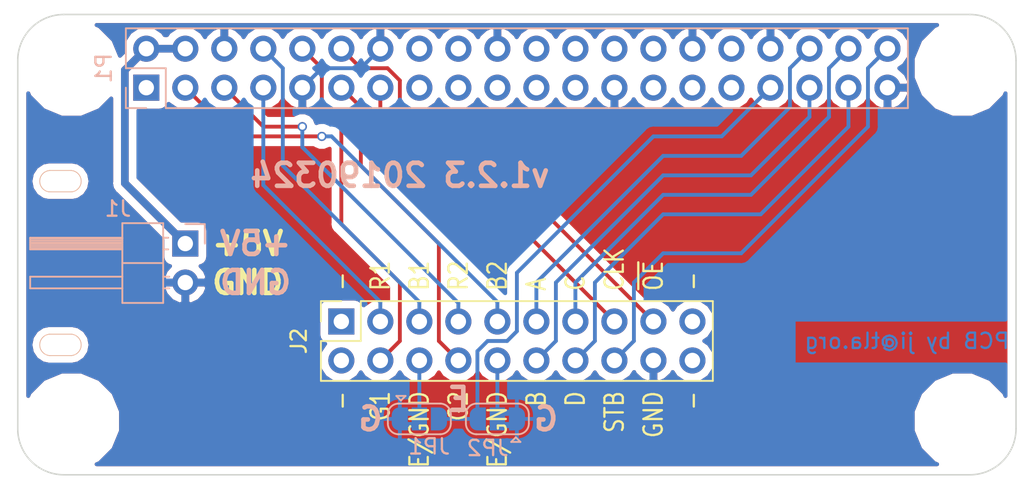
<source format=kicad_pcb>
(kicad_pcb (version 20171130) (host pcbnew 5.0.2-bee76a0~70~ubuntu18.04.1)

  (general
    (thickness 1.6)
    (drawings 41)
    (tracks 110)
    (zones 0)
    (modules 11)
    (nets 34)
  )

  (page A4)
  (layers
    (0 F.Cu signal)
    (31 B.Cu signal)
    (32 B.Adhes user)
    (33 F.Adhes user)
    (34 B.Paste user)
    (35 F.Paste user)
    (36 B.SilkS user)
    (37 F.SilkS user)
    (38 B.Mask user)
    (39 F.Mask user)
    (40 Dwgs.User user)
    (41 Cmts.User user)
    (42 Eco1.User user)
    (43 Eco2.User user)
    (44 Edge.Cuts user)
    (45 Margin user)
    (46 B.CrtYd user)
    (47 F.CrtYd user)
    (48 B.Fab user)
    (49 F.Fab user)
  )

  (setup
    (last_trace_width 0.25)
    (user_trace_width 0.01)
    (user_trace_width 0.02)
    (user_trace_width 0.05)
    (user_trace_width 0.1)
    (user_trace_width 0.2)
    (trace_clearance 0.2)
    (zone_clearance 0.508)
    (zone_45_only no)
    (trace_min 0.01)
    (segment_width 0.2)
    (edge_width 0.1)
    (via_size 0.6)
    (via_drill 0.4)
    (via_min_size 0.4)
    (via_min_drill 0.3)
    (uvia_size 0.3)
    (uvia_drill 0.1)
    (uvias_allowed no)
    (uvia_min_size 0.2)
    (uvia_min_drill 0.1)
    (pcb_text_width 0.3)
    (pcb_text_size 1.5 1.5)
    (mod_edge_width 0.15)
    (mod_text_size 1 1)
    (mod_text_width 0.15)
    (pad_size 1.7 1.7)
    (pad_drill 1)
    (pad_to_mask_clearance 0)
    (solder_mask_min_width 0.25)
    (aux_axis_origin 0 0)
    (visible_elements 7FFFFF7F)
    (pcbplotparams
      (layerselection 0x010f0_ffffffff)
      (usegerberextensions false)
      (usegerberattributes false)
      (usegerberadvancedattributes false)
      (creategerberjobfile false)
      (excludeedgelayer true)
      (linewidth 0.100000)
      (plotframeref false)
      (viasonmask false)
      (mode 1)
      (useauxorigin false)
      (hpglpennumber 1)
      (hpglpenspeed 20)
      (hpglpendiameter 15.000000)
      (psnegative false)
      (psa4output false)
      (plotreference true)
      (plotvalue true)
      (plotinvisibletext false)
      (padsonsilk false)
      (subtractmaskfromsilk false)
      (outputformat 1)
      (mirror false)
      (drillshape 0)
      (scaleselection 1)
      (outputdirectory "plots"))
  )

  (net 0 "")
  (net 1 GND)
  (net 2 /STROBE)
  (net 3 /A)
  (net 4 /B)
  (net 5 /D)
  (net 6 /C)
  (net 7 /R1_1)
  (net 8 /G1_1)
  (net 9 /B1_1)
  (net 10 /R2_1)
  (net 11 /G2_1)
  (net 12 /B2_1)
  (net 13 /CLK)
  (net 14 /~OE)
  (net 15 +3V3)
  (net 16 /B2_2)
  (net 17 /B1_2)
  (net 18 /R2_2)
  (net 19 /R1_2)
  (net 20 /G2_2)
  (net 21 /B2_3)
  (net 22 /G1_2)
  (net 23 /B1_3)
  (net 24 /R2_3)
  (net 25 /R1_3)
  (net 26 /ID_SD)
  (net 27 /ID_SC)
  (net 28 /G2_3)
  (net 29 /E)
  (net 30 /G1_3)
  (net 31 /HAT_5V)
  (net 32 "Net-(J2-Pad10)")
  (net 33 "Net-(J2-Pad6)")

  (net_class Default "This is the default net class."
    (clearance 0.2)
    (trace_width 0.25)
    (via_dia 0.6)
    (via_drill 0.4)
    (uvia_dia 0.3)
    (uvia_drill 0.1)
    (add_net +3V3)
    (add_net /A)
    (add_net /B)
    (add_net /B1_1)
    (add_net /B1_2)
    (add_net /B1_3)
    (add_net /B2_1)
    (add_net /B2_2)
    (add_net /B2_3)
    (add_net /C)
    (add_net /CLK)
    (add_net /D)
    (add_net /E)
    (add_net /G1_1)
    (add_net /G1_2)
    (add_net /G1_3)
    (add_net /G2_1)
    (add_net /G2_2)
    (add_net /G2_3)
    (add_net /HAT_5V)
    (add_net /ID_SC)
    (add_net /ID_SD)
    (add_net /R1_1)
    (add_net /R1_2)
    (add_net /R1_3)
    (add_net /R2_1)
    (add_net /R2_2)
    (add_net /R2_3)
    (add_net /STROBE)
    (add_net /~OE)
    (add_net GND)
    (add_net "Net-(J2-Pad10)")
    (add_net "Net-(J2-Pad6)")
  )

  (module Connector_PinSocket_2.54mm:PinSocket_2x20_P2.54mm_Vertical locked (layer B.Cu) (tedit 5A19A433) (tstamp 5C84C04A)
    (at 0 0 270)
    (descr "Through hole straight socket strip, 2x20, 2.54mm pitch, double cols (from Kicad 4.0.7), script generated")
    (tags "Through hole socket strip THT 2x20 2.54mm double row")
    (path /5C840EE1)
    (fp_text reference P1 (at -1.27 2.77 270) (layer B.SilkS)
      (effects (font (size 1 1) (thickness 0.15)) (justify mirror))
    )
    (fp_text value Raspberry_Pi_2_3 (at -1.27 -51.03 270) (layer B.Fab) hide
      (effects (font (size 1 1) (thickness 0.15)) (justify mirror))
    )
    (fp_text user %R (at -1.27 -24.13 180) (layer B.Fab)
      (effects (font (size 1 1) (thickness 0.15)) (justify mirror))
    )
    (fp_line (start -4.34 -50) (end -4.34 1.8) (layer B.CrtYd) (width 0.05))
    (fp_line (start 1.76 -50) (end -4.34 -50) (layer B.CrtYd) (width 0.05))
    (fp_line (start 1.76 1.8) (end 1.76 -50) (layer B.CrtYd) (width 0.05))
    (fp_line (start -4.34 1.8) (end 1.76 1.8) (layer B.CrtYd) (width 0.05))
    (fp_line (start 0 1.33) (end 1.33 1.33) (layer B.SilkS) (width 0.12))
    (fp_line (start 1.33 1.33) (end 1.33 0) (layer B.SilkS) (width 0.12))
    (fp_line (start -1.27 1.33) (end -1.27 -1.27) (layer B.SilkS) (width 0.12))
    (fp_line (start -1.27 -1.27) (end 1.33 -1.27) (layer B.SilkS) (width 0.12))
    (fp_line (start 1.33 -1.27) (end 1.33 -49.59) (layer B.SilkS) (width 0.12))
    (fp_line (start -3.87 -49.59) (end 1.33 -49.59) (layer B.SilkS) (width 0.12))
    (fp_line (start -3.87 1.33) (end -3.87 -49.59) (layer B.SilkS) (width 0.12))
    (fp_line (start -3.87 1.33) (end -1.27 1.33) (layer B.SilkS) (width 0.12))
    (fp_line (start -3.81 -49.53) (end -3.81 1.27) (layer B.Fab) (width 0.1))
    (fp_line (start 1.27 -49.53) (end -3.81 -49.53) (layer B.Fab) (width 0.1))
    (fp_line (start 1.27 0.27) (end 1.27 -49.53) (layer B.Fab) (width 0.1))
    (fp_line (start 0.27 1.27) (end 1.27 0.27) (layer B.Fab) (width 0.1))
    (fp_line (start -3.81 1.27) (end 0.27 1.27) (layer B.Fab) (width 0.1))
    (pad 40 thru_hole oval (at -2.54 -48.26 270) (size 1.7 1.7) (drill 1) (layers *.Cu *.Mask)
      (net 2 /STROBE))
    (pad 39 thru_hole oval (at 0 -48.26 270) (size 1.7 1.7) (drill 1) (layers *.Cu *.Mask)
      (net 1 GND))
    (pad 38 thru_hole oval (at -2.54 -45.72 270) (size 1.7 1.7) (drill 1) (layers *.Cu *.Mask)
      (net 6 /C))
    (pad 37 thru_hole oval (at 0 -45.72 270) (size 1.7 1.7) (drill 1) (layers *.Cu *.Mask)
      (net 5 /D))
    (pad 36 thru_hole oval (at -2.54 -43.18 270) (size 1.7 1.7) (drill 1) (layers *.Cu *.Mask)
      (net 3 /A))
    (pad 35 thru_hole oval (at 0 -43.18 270) (size 1.7 1.7) (drill 1) (layers *.Cu *.Mask)
      (net 4 /B))
    (pad 34 thru_hole oval (at -2.54 -40.64 270) (size 1.7 1.7) (drill 1) (layers *.Cu *.Mask)
      (net 1 GND))
    (pad 33 thru_hole oval (at 0 -40.64 270) (size 1.7 1.7) (drill 1) (layers *.Cu *.Mask)
      (net 29 /E))
    (pad 32 thru_hole oval (at -2.54 -38.1 270) (size 1.7 1.7) (drill 1) (layers *.Cu *.Mask)
      (net 30 /G1_3))
    (pad 31 thru_hole oval (at 0 -38.1 270) (size 1.7 1.7) (drill 1) (layers *.Cu *.Mask)
      (net 28 /G2_3))
    (pad 30 thru_hole oval (at -2.54 -35.56 270) (size 1.7 1.7) (drill 1) (layers *.Cu *.Mask)
      (net 1 GND))
    (pad 29 thru_hole oval (at 0 -35.56 270) (size 1.7 1.7) (drill 1) (layers *.Cu *.Mask)
      (net 25 /R1_3))
    (pad 28 thru_hole oval (at -2.54 -33.02 270) (size 1.7 1.7) (drill 1) (layers *.Cu *.Mask)
      (net 27 /ID_SC))
    (pad 27 thru_hole oval (at 0 -33.02 270) (size 1.7 1.7) (drill 1) (layers *.Cu *.Mask)
      (net 26 /ID_SD))
    (pad 26 thru_hole oval (at -2.54 -30.48 270) (size 1.7 1.7) (drill 1) (layers *.Cu *.Mask)
      (net 23 /B1_3))
    (pad 25 thru_hole oval (at 0 -30.48 270) (size 1.7 1.7) (drill 1) (layers *.Cu *.Mask)
      (net 1 GND))
    (pad 24 thru_hole oval (at -2.54 -27.94 270) (size 1.7 1.7) (drill 1) (layers *.Cu *.Mask)
      (net 24 /R2_3))
    (pad 23 thru_hole oval (at 0 -27.94 270) (size 1.7 1.7) (drill 1) (layers *.Cu *.Mask)
      (net 21 /B2_3))
    (pad 22 thru_hole oval (at -2.54 -25.4 270) (size 1.7 1.7) (drill 1) (layers *.Cu *.Mask)
      (net 22 /G1_2))
    (pad 21 thru_hole oval (at 0 -25.4 270) (size 1.7 1.7) (drill 1) (layers *.Cu *.Mask)
      (net 20 /G2_2))
    (pad 20 thru_hole oval (at -2.54 -22.86 270) (size 1.7 1.7) (drill 1) (layers *.Cu *.Mask)
      (net 1 GND))
    (pad 19 thru_hole oval (at 0 -22.86 270) (size 1.7 1.7) (drill 1) (layers *.Cu *.Mask)
      (net 19 /R1_2))
    (pad 18 thru_hole oval (at -2.54 -20.32 270) (size 1.7 1.7) (drill 1) (layers *.Cu *.Mask)
      (net 17 /B1_2))
    (pad 17 thru_hole oval (at 0 -20.32 270) (size 1.7 1.7) (drill 1) (layers *.Cu *.Mask))
    (pad 16 thru_hole oval (at -2.54 -17.78 270) (size 1.7 1.7) (drill 1) (layers *.Cu *.Mask)
      (net 16 /B2_2))
    (pad 15 thru_hole oval (at 0 -17.78 270) (size 1.7 1.7) (drill 1) (layers *.Cu *.Mask)
      (net 18 /R2_2))
    (pad 14 thru_hole oval (at -2.54 -15.24 270) (size 1.7 1.7) (drill 1) (layers *.Cu *.Mask)
      (net 1 GND))
    (pad 13 thru_hole oval (at 0 -15.24 270) (size 1.7 1.7) (drill 1) (layers *.Cu *.Mask)
      (net 13 /CLK))
    (pad 12 thru_hole oval (at -2.54 -12.7 270) (size 1.7 1.7) (drill 1) (layers *.Cu *.Mask)
      (net 14 /~OE))
    (pad 11 thru_hole oval (at 0 -12.7 270) (size 1.7 1.7) (drill 1) (layers *.Cu *.Mask)
      (net 11 /G2_1))
    (pad 10 thru_hole oval (at -2.54 -10.16 270) (size 1.7 1.7) (drill 1) (layers *.Cu *.Mask)
      (net 8 /G1_1))
    (pad 9 thru_hole oval (at 0 -10.16 270) (size 1.7 1.7) (drill 1) (layers *.Cu *.Mask)
      (net 1 GND))
    (pad 8 thru_hole oval (at -2.54 -7.62 270) (size 1.7 1.7) (drill 1) (layers *.Cu *.Mask)
      (net 9 /B1_1))
    (pad 7 thru_hole oval (at 0 -7.62 270) (size 1.7 1.7) (drill 1) (layers *.Cu *.Mask)
      (net 7 /R1_1))
    (pad 6 thru_hole oval (at -2.54 -5.08 270) (size 1.7 1.7) (drill 1) (layers *.Cu *.Mask)
      (net 1 GND))
    (pad 5 thru_hole oval (at 0 -5.08 270) (size 1.7 1.7) (drill 1) (layers *.Cu *.Mask)
      (net 10 /R2_1))
    (pad 4 thru_hole oval (at -2.54 -2.54 270) (size 1.7 1.7) (drill 1) (layers *.Cu *.Mask)
      (net 31 /HAT_5V))
    (pad 3 thru_hole oval (at 0 -2.54 270) (size 1.7 1.7) (drill 1) (layers *.Cu *.Mask)
      (net 12 /B2_1))
    (pad 2 thru_hole oval (at -2.54 0 270) (size 1.7 1.7) (drill 1) (layers *.Cu *.Mask)
      (net 31 /HAT_5V))
    (pad 1 thru_hole rect (at 0 0 270) (size 1.7 1.7) (drill 1) (layers *.Cu *.Mask)
      (net 15 +3V3))
    (model ${KISYS3DMOD}/Connector_PinSocket_2.54mm.3dshapes/PinSocket_2x20_P2.54mm_Vertical.wrl
      (at (xyz 0 0 0))
      (scale (xyz 1 1 1))
      (rotate (xyz 0 0 0))
    )
  )

  (module Connector_PinSocket_2.54mm:PinSocket_2x10_P2.54mm_Vertical (layer F.Cu) (tedit 5A19A427) (tstamp 5C8838A6)
    (at 12.7 15.24 90)
    (descr "Through hole straight socket strip, 2x10, 2.54mm pitch, double cols (from Kicad 4.0.7), script generated")
    (tags "Through hole socket strip THT 2x10 2.54mm double row")
    (path /5C84EF0B)
    (fp_text reference J2 (at -1.27 -2.77 90) (layer F.SilkS)
      (effects (font (size 1 1) (thickness 0.15)))
    )
    (fp_text value Conn_02x10_Odd_Even (at -1.27 25.63 90) (layer F.Fab)
      (effects (font (size 1 1) (thickness 0.15)))
    )
    (fp_text user %R (at -1.27 11.43 180) (layer F.Fab)
      (effects (font (size 1 1) (thickness 0.15)))
    )
    (fp_line (start -4.34 24.6) (end -4.34 -1.8) (layer F.CrtYd) (width 0.05))
    (fp_line (start 1.76 24.6) (end -4.34 24.6) (layer F.CrtYd) (width 0.05))
    (fp_line (start 1.76 -1.8) (end 1.76 24.6) (layer F.CrtYd) (width 0.05))
    (fp_line (start -4.34 -1.8) (end 1.76 -1.8) (layer F.CrtYd) (width 0.05))
    (fp_line (start 0 -1.33) (end 1.33 -1.33) (layer F.SilkS) (width 0.12))
    (fp_line (start 1.33 -1.33) (end 1.33 0) (layer F.SilkS) (width 0.12))
    (fp_line (start -1.27 -1.33) (end -1.27 1.27) (layer F.SilkS) (width 0.12))
    (fp_line (start -1.27 1.27) (end 1.33 1.27) (layer F.SilkS) (width 0.12))
    (fp_line (start 1.33 1.27) (end 1.33 24.19) (layer F.SilkS) (width 0.12))
    (fp_line (start -3.87 24.19) (end 1.33 24.19) (layer F.SilkS) (width 0.12))
    (fp_line (start -3.87 -1.33) (end -3.87 24.19) (layer F.SilkS) (width 0.12))
    (fp_line (start -3.87 -1.33) (end -1.27 -1.33) (layer F.SilkS) (width 0.12))
    (fp_line (start -3.81 24.13) (end -3.81 -1.27) (layer F.Fab) (width 0.1))
    (fp_line (start 1.27 24.13) (end -3.81 24.13) (layer F.Fab) (width 0.1))
    (fp_line (start 1.27 -0.27) (end 1.27 24.13) (layer F.Fab) (width 0.1))
    (fp_line (start 0.27 -1.27) (end 1.27 -0.27) (layer F.Fab) (width 0.1))
    (fp_line (start -3.81 -1.27) (end 0.27 -1.27) (layer F.Fab) (width 0.1))
    (pad 20 thru_hole oval (at -2.54 22.86 90) (size 1.7 1.7) (drill 1) (layers *.Cu *.Mask))
    (pad 19 thru_hole oval (at 0 22.86 90) (size 1.7 1.7) (drill 1) (layers *.Cu *.Mask))
    (pad 18 thru_hole oval (at -2.54 20.32 90) (size 1.7 1.7) (drill 1) (layers *.Cu *.Mask)
      (net 1 GND))
    (pad 17 thru_hole oval (at 0 20.32 90) (size 1.7 1.7) (drill 1) (layers *.Cu *.Mask)
      (net 14 /~OE))
    (pad 16 thru_hole oval (at -2.54 17.78 90) (size 1.7 1.7) (drill 1) (layers *.Cu *.Mask)
      (net 2 /STROBE))
    (pad 15 thru_hole oval (at 0 17.78 90) (size 1.7 1.7) (drill 1) (layers *.Cu *.Mask)
      (net 13 /CLK))
    (pad 14 thru_hole oval (at -2.54 15.24 90) (size 1.7 1.7) (drill 1) (layers *.Cu *.Mask)
      (net 5 /D))
    (pad 13 thru_hole oval (at 0 15.24 90) (size 1.7 1.7) (drill 1) (layers *.Cu *.Mask)
      (net 6 /C))
    (pad 12 thru_hole oval (at -2.54 12.7 90) (size 1.7 1.7) (drill 1) (layers *.Cu *.Mask)
      (net 4 /B))
    (pad 11 thru_hole oval (at 0 12.7 90) (size 1.7 1.7) (drill 1) (layers *.Cu *.Mask)
      (net 3 /A))
    (pad 10 thru_hole oval (at -2.54 10.16 90) (size 1.7 1.7) (drill 1) (layers *.Cu *.Mask)
      (net 32 "Net-(J2-Pad10)"))
    (pad 9 thru_hole oval (at 0 10.16 90) (size 1.7 1.7) (drill 1) (layers *.Cu *.Mask)
      (net 12 /B2_1))
    (pad 8 thru_hole oval (at -2.54 7.62 90) (size 1.7 1.7) (drill 1) (layers *.Cu *.Mask)
      (net 11 /G2_1))
    (pad 7 thru_hole oval (at 0 7.62 90) (size 1.7 1.7) (drill 1) (layers *.Cu *.Mask)
      (net 10 /R2_1))
    (pad 6 thru_hole oval (at -2.54 5.08 90) (size 1.7 1.7) (drill 1) (layers *.Cu *.Mask)
      (net 33 "Net-(J2-Pad6)"))
    (pad 5 thru_hole oval (at 0 5.08 90) (size 1.7 1.7) (drill 1) (layers *.Cu *.Mask)
      (net 9 /B1_1))
    (pad 4 thru_hole oval (at -2.54 2.54 90) (size 1.7 1.7) (drill 1) (layers *.Cu *.Mask)
      (net 8 /G1_1))
    (pad 3 thru_hole oval (at 0 2.54 90) (size 1.7 1.7) (drill 1) (layers *.Cu *.Mask)
      (net 7 /R1_1))
    (pad 2 thru_hole oval (at -2.54 0 90) (size 1.7 1.7) (drill 1) (layers *.Cu *.Mask))
    (pad 1 thru_hole rect (at 0 0 90) (size 1.7 1.7) (drill 1) (layers *.Cu *.Mask))
    (model ${KISYS3DMOD}/Connector_PinSocket_2.54mm.3dshapes/PinSocket_2x10_P2.54mm_Vertical.wrl
      (at (xyz 0 0 0))
      (scale (xyz 1 1 1))
      (rotate (xyz 0 0 0))
    )
  )

  (module Connector_PinHeader_2.54mm:PinHeader_1x02_P2.54mm_Horizontal (layer B.Cu) (tedit 59FED5CB) (tstamp 5C8864CD)
    (at 2.54 10.16 180)
    (descr "Through hole angled pin header, 1x02, 2.54mm pitch, 6mm pin length, single row")
    (tags "Through hole angled pin header THT 1x02 2.54mm single row")
    (path /5D4B14C4)
    (fp_text reference J1 (at 4.385 2.27 180) (layer B.SilkS)
      (effects (font (size 1 1) (thickness 0.15)) (justify mirror))
    )
    (fp_text value Conn_01x02_Male (at 4.385 -4.81 180) (layer B.Fab) hide
      (effects (font (size 1 1) (thickness 0.15)) (justify mirror))
    )
    (fp_line (start 2.135 1.27) (end 4.04 1.27) (layer B.Fab) (width 0.1))
    (fp_line (start 4.04 1.27) (end 4.04 -3.81) (layer B.Fab) (width 0.1))
    (fp_line (start 4.04 -3.81) (end 1.5 -3.81) (layer B.Fab) (width 0.1))
    (fp_line (start 1.5 -3.81) (end 1.5 0.635) (layer B.Fab) (width 0.1))
    (fp_line (start 1.5 0.635) (end 2.135 1.27) (layer B.Fab) (width 0.1))
    (fp_line (start -0.32 0.32) (end 1.5 0.32) (layer B.Fab) (width 0.1))
    (fp_line (start -0.32 0.32) (end -0.32 -0.32) (layer B.Fab) (width 0.1))
    (fp_line (start -0.32 -0.32) (end 1.5 -0.32) (layer B.Fab) (width 0.1))
    (fp_line (start 4.04 0.32) (end 10.04 0.32) (layer B.Fab) (width 0.1))
    (fp_line (start 10.04 0.32) (end 10.04 -0.32) (layer B.Fab) (width 0.1))
    (fp_line (start 4.04 -0.32) (end 10.04 -0.32) (layer B.Fab) (width 0.1))
    (fp_line (start -0.32 -2.22) (end 1.5 -2.22) (layer B.Fab) (width 0.1))
    (fp_line (start -0.32 -2.22) (end -0.32 -2.86) (layer B.Fab) (width 0.1))
    (fp_line (start -0.32 -2.86) (end 1.5 -2.86) (layer B.Fab) (width 0.1))
    (fp_line (start 4.04 -2.22) (end 10.04 -2.22) (layer B.Fab) (width 0.1))
    (fp_line (start 10.04 -2.22) (end 10.04 -2.86) (layer B.Fab) (width 0.1))
    (fp_line (start 4.04 -2.86) (end 10.04 -2.86) (layer B.Fab) (width 0.1))
    (fp_line (start 1.44 1.33) (end 1.44 -3.87) (layer B.SilkS) (width 0.12))
    (fp_line (start 1.44 -3.87) (end 4.1 -3.87) (layer B.SilkS) (width 0.12))
    (fp_line (start 4.1 -3.87) (end 4.1 1.33) (layer B.SilkS) (width 0.12))
    (fp_line (start 4.1 1.33) (end 1.44 1.33) (layer B.SilkS) (width 0.12))
    (fp_line (start 4.1 0.38) (end 10.1 0.38) (layer B.SilkS) (width 0.12))
    (fp_line (start 10.1 0.38) (end 10.1 -0.38) (layer B.SilkS) (width 0.12))
    (fp_line (start 10.1 -0.38) (end 4.1 -0.38) (layer B.SilkS) (width 0.12))
    (fp_line (start 4.1 0.32) (end 10.1 0.32) (layer B.SilkS) (width 0.12))
    (fp_line (start 4.1 0.2) (end 10.1 0.2) (layer B.SilkS) (width 0.12))
    (fp_line (start 4.1 0.08) (end 10.1 0.08) (layer B.SilkS) (width 0.12))
    (fp_line (start 4.1 -0.04) (end 10.1 -0.04) (layer B.SilkS) (width 0.12))
    (fp_line (start 4.1 -0.16) (end 10.1 -0.16) (layer B.SilkS) (width 0.12))
    (fp_line (start 4.1 -0.28) (end 10.1 -0.28) (layer B.SilkS) (width 0.12))
    (fp_line (start 1.11 0.38) (end 1.44 0.38) (layer B.SilkS) (width 0.12))
    (fp_line (start 1.11 -0.38) (end 1.44 -0.38) (layer B.SilkS) (width 0.12))
    (fp_line (start 1.44 -1.27) (end 4.1 -1.27) (layer B.SilkS) (width 0.12))
    (fp_line (start 4.1 -2.16) (end 10.1 -2.16) (layer B.SilkS) (width 0.12))
    (fp_line (start 10.1 -2.16) (end 10.1 -2.92) (layer B.SilkS) (width 0.12))
    (fp_line (start 10.1 -2.92) (end 4.1 -2.92) (layer B.SilkS) (width 0.12))
    (fp_line (start 1.042929 -2.16) (end 1.44 -2.16) (layer B.SilkS) (width 0.12))
    (fp_line (start 1.042929 -2.92) (end 1.44 -2.92) (layer B.SilkS) (width 0.12))
    (fp_line (start -1.27 0) (end -1.27 1.27) (layer B.SilkS) (width 0.12))
    (fp_line (start -1.27 1.27) (end 0 1.27) (layer B.SilkS) (width 0.12))
    (fp_line (start -1.8 1.8) (end -1.8 -4.35) (layer B.CrtYd) (width 0.05))
    (fp_line (start -1.8 -4.35) (end 10.55 -4.35) (layer B.CrtYd) (width 0.05))
    (fp_line (start 10.55 -4.35) (end 10.55 1.8) (layer B.CrtYd) (width 0.05))
    (fp_line (start 10.55 1.8) (end -1.8 1.8) (layer B.CrtYd) (width 0.05))
    (fp_text user %R (at 2.77 -1.27 90) (layer B.Fab)
      (effects (font (size 1 1) (thickness 0.15)) (justify mirror))
    )
    (pad 1 thru_hole rect (at 0 0 180) (size 1.7 1.7) (drill 1) (layers *.Cu *.Mask)
      (net 31 /HAT_5V))
    (pad 2 thru_hole oval (at 0 -2.54 180) (size 1.7 1.7) (drill 1) (layers *.Cu *.Mask)
      (net 1 GND))
    (model ${KISYS3DMOD}/Connector_PinHeader_2.54mm.3dshapes/PinHeader_1x02_P2.54mm_Horizontal.wrl
      (at (xyz 0 0 0))
      (scale (xyz 1 1 1))
      (rotate (xyz 0 0 0))
    )
  )

  (module jicad:tiedown (layer F.Cu) (tedit 5C884763) (tstamp 5C888A64)
    (at -5.588 16.764 90)
    (path /5C8C9487)
    (fp_text reference H1 (at 0.127 -3.937 90) (layer F.SilkS) hide
      (effects (font (size 1 1) (thickness 0.15)))
    )
    (fp_text value MountingHole (at 0 -2.667 90) (layer F.Fab) hide
      (effects (font (size 1 1) (thickness 0.15)))
    )
    (fp_line (start -0.8 1.4) (end -0.8 -1.4) (layer B.CrtYd) (width 0.05))
    (fp_line (start 0.8 1.4) (end -0.8 1.4) (layer B.CrtYd) (width 0.05))
    (fp_line (start 0.8 -1.4) (end 0.8 1.4) (layer B.CrtYd) (width 0.05))
    (fp_line (start -0.8 -1.4) (end 0.8 -1.4) (layer B.CrtYd) (width 0.05))
    (fp_line (start -0.8 1.4) (end -0.8 -1.4) (layer F.CrtYd) (width 0.05))
    (fp_line (start 0.8 1.4) (end -0.8 1.4) (layer F.CrtYd) (width 0.05))
    (fp_line (start 0.8 -1.4) (end 0.8 1.4) (layer F.CrtYd) (width 0.05))
    (fp_line (start -0.8 -1.4) (end 0.8 -1.4) (layer F.CrtYd) (width 0.05))
    (fp_line (start -0.6982 -0.7) (end -0.6982 0.7) (layer F.SilkS) (width 0.05))
    (fp_arc (start 0 -0.65) (end -0.6982 -0.7) (angle 171.8) (layer F.SilkS) (width 0.05))
    (fp_line (start 0.6982 -0.7) (end 0.6982 0.7) (layer F.SilkS) (width 0.05))
    (fp_arc (start 0 0.65) (end 0.6982 0.7) (angle 171.8) (layer F.SilkS) (width 0.05))
    (fp_line (start 0.6982 -0.7) (end 0.6982 0.7) (layer B.SilkS) (width 0.05))
    (fp_line (start -0.6982 -0.7) (end -0.6982 0.7) (layer B.SilkS) (width 0.05))
    (fp_arc (start 0 0.65) (end 0.6982 0.7) (angle 171.8) (layer B.SilkS) (width 0.05))
    (fp_arc (start 0 -0.65) (end -0.6982 -0.7) (angle 171.8) (layer B.SilkS) (width 0.05))
    (pad "" np_thru_hole oval (at 0 0 180) (size 2.6 1.3) (drill oval 2.6 1.3) (layers *.Cu *.Mask))
  )

  (module jicad:tiedown (layer F.Cu) (tedit 5C884763) (tstamp 5C888A6D)
    (at -5.588 6.096 90)
    (path /5C8C99EC)
    (fp_text reference H2 (at 0.127 -3.937 90) (layer F.SilkS) hide
      (effects (font (size 1 1) (thickness 0.15)))
    )
    (fp_text value MountingHole (at 0 -2.667 90) (layer F.Fab) hide
      (effects (font (size 1 1) (thickness 0.15)))
    )
    (fp_line (start -0.8 1.4) (end -0.8 -1.4) (layer B.CrtYd) (width 0.05))
    (fp_line (start 0.8 1.4) (end -0.8 1.4) (layer B.CrtYd) (width 0.05))
    (fp_line (start 0.8 -1.4) (end 0.8 1.4) (layer B.CrtYd) (width 0.05))
    (fp_line (start -0.8 -1.4) (end 0.8 -1.4) (layer B.CrtYd) (width 0.05))
    (fp_line (start -0.8 1.4) (end -0.8 -1.4) (layer F.CrtYd) (width 0.05))
    (fp_line (start 0.8 1.4) (end -0.8 1.4) (layer F.CrtYd) (width 0.05))
    (fp_line (start 0.8 -1.4) (end 0.8 1.4) (layer F.CrtYd) (width 0.05))
    (fp_line (start -0.8 -1.4) (end 0.8 -1.4) (layer F.CrtYd) (width 0.05))
    (fp_line (start -0.6982 -0.7) (end -0.6982 0.7) (layer F.SilkS) (width 0.05))
    (fp_arc (start 0 -0.65) (end -0.6982 -0.7) (angle 171.8) (layer F.SilkS) (width 0.05))
    (fp_line (start 0.6982 -0.7) (end 0.6982 0.7) (layer F.SilkS) (width 0.05))
    (fp_arc (start 0 0.65) (end 0.6982 0.7) (angle 171.8) (layer F.SilkS) (width 0.05))
    (fp_line (start 0.6982 -0.7) (end 0.6982 0.7) (layer B.SilkS) (width 0.05))
    (fp_line (start -0.6982 -0.7) (end -0.6982 0.7) (layer B.SilkS) (width 0.05))
    (fp_arc (start 0 0.65) (end 0.6982 0.7) (angle 171.8) (layer B.SilkS) (width 0.05))
    (fp_arc (start 0 -0.65) (end -0.6982 -0.7) (angle 171.8) (layer B.SilkS) (width 0.05))
    (pad "" np_thru_hole oval (at 0 0 180) (size 2.6 1.3) (drill oval 2.6 1.3) (layers *.Cu *.Mask))
  )

  (module RPi_Hat:RPi_Hat_Mounting_Hole locked (layer F.Cu) (tedit 55217C7B) (tstamp 5515DEA9)
    (at 53.13 -1.27)
    (descr "Mounting hole, Befestigungsbohrung, 2,7mm, No Annular, Kein Restring,")
    (tags "Mounting hole, Befestigungsbohrung, 2,7mm, No Annular, Kein Restring,")
    (fp_text reference "" (at 0 -4.0005) (layer F.SilkS) hide
      (effects (font (size 1 1) (thickness 0.15)))
    )
    (fp_text value "" (at 0.09906 3.59918) (layer F.Fab) hide
      (effects (font (size 1 1) (thickness 0.15)))
    )
    (fp_circle (center 0 0) (end 3.1 0) (layer B.CrtYd) (width 0.15))
    (fp_circle (center 0 0) (end 3.1 0) (layer F.CrtYd) (width 0.15))
    (fp_circle (center 0 0) (end 1.375 0) (layer B.Fab) (width 0.15))
    (fp_circle (center 0 0) (end 3.1 0) (layer B.Fab) (width 0.15))
    (fp_circle (center 0 0) (end 3.1 0) (layer F.Fab) (width 0.15))
    (fp_circle (center 0 0) (end 1.375 0) (layer F.Fab) (width 0.15))
    (pad "" np_thru_hole circle (at 0 0) (size 2.75 2.75) (drill 2.75) (layers *.Cu *.Mask)
      (solder_mask_margin 1.725) (clearance 1.725))
  )

  (module RPi_Hat:RPi_Hat_Mounting_Hole locked (layer F.Cu) (tedit 55217CCB) (tstamp 55169DC9)
    (at 53.13 21.73)
    (descr "Mounting hole, Befestigungsbohrung, 2,7mm, No Annular, Kein Restring,")
    (tags "Mounting hole, Befestigungsbohrung, 2,7mm, No Annular, Kein Restring,")
    (fp_text reference "" (at 0 -4.0005) (layer F.SilkS) hide
      (effects (font (size 1 1) (thickness 0.15)))
    )
    (fp_text value "" (at 0.09906 3.59918) (layer F.Fab) hide
      (effects (font (size 1 1) (thickness 0.15)))
    )
    (fp_circle (center 0 0) (end 3.1 0) (layer B.CrtYd) (width 0.15))
    (fp_circle (center 0 0) (end 3.1 0) (layer F.CrtYd) (width 0.15))
    (fp_circle (center 0 0) (end 1.375 0) (layer B.Fab) (width 0.15))
    (fp_circle (center 0 0) (end 3.1 0) (layer B.Fab) (width 0.15))
    (fp_circle (center 0 0) (end 3.1 0) (layer F.Fab) (width 0.15))
    (fp_circle (center 0 0) (end 1.375 0) (layer F.Fab) (width 0.15))
    (pad "" np_thru_hole circle (at 0 0) (size 2.75 2.75) (drill 2.75) (layers *.Cu *.Mask)
      (solder_mask_margin 1.725) (clearance 1.725))
  )

  (module RPi_Hat:RPi_Hat_Mounting_Hole locked (layer F.Cu) (tedit 55217CB9) (tstamp 5515DECC)
    (at -4.87 21.73)
    (descr "Mounting hole, Befestigungsbohrung, 2,7mm, No Annular, Kein Restring,")
    (tags "Mounting hole, Befestigungsbohrung, 2,7mm, No Annular, Kein Restring,")
    (fp_text reference "" (at 0 -4.0005) (layer F.SilkS) hide
      (effects (font (size 1 1) (thickness 0.15)))
    )
    (fp_text value "" (at 0.09906 3.59918) (layer F.Fab) hide
      (effects (font (size 1 1) (thickness 0.15)))
    )
    (fp_circle (center 0 0) (end 3.1 0) (layer B.CrtYd) (width 0.15))
    (fp_circle (center 0 0) (end 3.1 0) (layer F.CrtYd) (width 0.15))
    (fp_circle (center 0 0) (end 1.375 0) (layer B.Fab) (width 0.15))
    (fp_circle (center 0 0) (end 3.1 0) (layer B.Fab) (width 0.15))
    (fp_circle (center 0 0) (end 3.1 0) (layer F.Fab) (width 0.15))
    (fp_circle (center 0 0) (end 1.375 0) (layer F.Fab) (width 0.15))
    (pad "" np_thru_hole circle (at 0 0) (size 2.75 2.75) (drill 2.75) (layers *.Cu *.Mask)
      (solder_mask_margin 1.725) (clearance 1.725))
  )

  (module RPi_Hat:RPi_Hat_Mounting_Hole locked (layer F.Cu) (tedit 55217CA2) (tstamp 5515DEBF)
    (at -4.87 -1.27)
    (descr "Mounting hole, Befestigungsbohrung, 2,7mm, No Annular, Kein Restring,")
    (tags "Mounting hole, Befestigungsbohrung, 2,7mm, No Annular, Kein Restring,")
    (fp_text reference "" (at 0 -4.0005) (layer F.SilkS) hide
      (effects (font (size 1 1) (thickness 0.15)))
    )
    (fp_text value "" (at 0.09906 3.59918) (layer F.Fab) hide
      (effects (font (size 1 1) (thickness 0.15)))
    )
    (fp_circle (center 0 0) (end 3.1 0) (layer B.CrtYd) (width 0.15))
    (fp_circle (center 0 0) (end 3.1 0) (layer F.CrtYd) (width 0.15))
    (fp_circle (center 0 0) (end 1.375 0) (layer B.Fab) (width 0.15))
    (fp_circle (center 0 0) (end 3.1 0) (layer B.Fab) (width 0.15))
    (fp_circle (center 0 0) (end 3.1 0) (layer F.Fab) (width 0.15))
    (fp_circle (center 0 0) (end 1.375 0) (layer F.Fab) (width 0.15))
    (pad "" np_thru_hole circle (at 0 0) (size 2.75 2.75) (drill 2.75) (layers *.Cu *.Mask)
      (solder_mask_margin 1.725) (clearance 1.725))
  )

  (module Jumper:SolderJumper-3_P1.3mm_Bridged2Bar12_RoundedPad1.0x1.5mm (layer B.Cu) (tedit 5B39197B) (tstamp 5C898E33)
    (at 17.78 21.59)
    (descr "SMD Solder 3-pad Jumper, 1x1.5mm rounded Pads, 0.3mm gap, pads 1-2 Bridged2Bar with 2 copper strip")
    (tags "solder jumper open")
    (path /5D46CCFF)
    (attr virtual)
    (fp_text reference JP1 (at 0.635 1.8) (layer B.SilkS)
      (effects (font (size 1 1) (thickness 0.15)) (justify mirror))
    )
    (fp_text value SolderJumper_3_Bridged12 (at 0 -1.9) (layer B.Fab)
      (effects (font (size 1 1) (thickness 0.15)) (justify mirror))
    )
    (fp_arc (start -1.35 0.3) (end -1.35 1) (angle 90) (layer B.SilkS) (width 0.12))
    (fp_arc (start -1.35 -0.3) (end -2.05 -0.3) (angle 90) (layer B.SilkS) (width 0.12))
    (fp_arc (start 1.35 -0.3) (end 1.35 -1) (angle 90) (layer B.SilkS) (width 0.12))
    (fp_arc (start 1.35 0.3) (end 2.05 0.3) (angle 90) (layer B.SilkS) (width 0.12))
    (fp_line (start 2.3 -1.25) (end -2.3 -1.25) (layer B.CrtYd) (width 0.05))
    (fp_line (start 2.3 -1.25) (end 2.3 1.25) (layer B.CrtYd) (width 0.05))
    (fp_line (start -2.3 1.25) (end -2.3 -1.25) (layer B.CrtYd) (width 0.05))
    (fp_line (start -2.3 1.25) (end 2.3 1.25) (layer B.CrtYd) (width 0.05))
    (fp_line (start -1.4 1) (end 1.4 1) (layer B.SilkS) (width 0.12))
    (fp_line (start 2.05 0.3) (end 2.05 -0.3) (layer B.SilkS) (width 0.12))
    (fp_line (start 1.4 -1) (end -1.4 -1) (layer B.SilkS) (width 0.12))
    (fp_line (start -2.05 -0.3) (end -2.05 0.3) (layer B.SilkS) (width 0.12))
    (fp_line (start -1.2 -1.2) (end -1.5 -1.5) (layer B.SilkS) (width 0.12))
    (fp_line (start -1.5 -1.5) (end -0.9 -1.5) (layer B.SilkS) (width 0.12))
    (fp_line (start -1.2 -1.2) (end -0.9 -1.5) (layer B.SilkS) (width 0.12))
    (pad 2 smd rect (at 0 0) (size 1 1.5) (layers B.Cu B.Mask)
      (net 33 "Net-(J2-Pad6)"))
    (pad 3 smd custom (at 1.3 0) (size 1 0.5) (layers B.Cu B.Mask)
      (net 29 /E) (zone_connect 0)
      (options (clearance outline) (anchor rect))
      (primitives
        (gr_circle (center 0 -0.25) (end 0.5 -0.25) (width 0))
        (gr_circle (center 0 0.25) (end 0.5 0.25) (width 0))
        (gr_poly (pts
           (xy -0.55 0.75) (xy 0 0.75) (xy 0 -0.75) (xy -0.55 -0.75)) (width 0))
      ))
    (pad 1 smd custom (at -1.3 0) (size 1 0.5) (layers B.Cu B.Mask)
      (net 1 GND) (zone_connect 0)
      (options (clearance outline) (anchor rect))
      (primitives
        (gr_circle (center 0 -0.25) (end 0.5 -0.25) (width 0))
        (gr_circle (center 0 0.25) (end 0.5 0.25) (width 0))
        (gr_poly (pts
           (xy 0.55 0.75) (xy 0 0.75) (xy 0 -0.75) (xy 0.55 -0.75)) (width 0))
        (gr_poly (pts
           (xy 0.4 0.6) (xy 0.9 0.6) (xy 0.9 0.2) (xy 0.4 0.2)) (width 0))
        (gr_poly (pts
           (xy 0.4 -0.2) (xy 0.9 -0.2) (xy 0.9 -0.6) (xy 0.4 -0.6)) (width 0))
      ))
  )

  (module Jumper:SolderJumper-3_P1.3mm_Bridged2Bar12_RoundedPad1.0x1.5mm (layer B.Cu) (tedit 5B39197B) (tstamp 5C898E49)
    (at 22.86 21.59 180)
    (descr "SMD Solder 3-pad Jumper, 1x1.5mm rounded Pads, 0.3mm gap, pads 1-2 Bridged2Bar with 2 copper strip")
    (tags "solder jumper open")
    (path /5D46CD06)
    (attr virtual)
    (fp_text reference JP2 (at 0.635 -1.905 180) (layer B.SilkS)
      (effects (font (size 1 1) (thickness 0.15)) (justify mirror))
    )
    (fp_text value SolderJumper_3_Bridged12 (at 0 -1.9 180) (layer B.Fab)
      (effects (font (size 1 1) (thickness 0.15)) (justify mirror))
    )
    (fp_arc (start -1.35 0.3) (end -1.35 1) (angle 90) (layer B.SilkS) (width 0.12))
    (fp_arc (start -1.35 -0.3) (end -2.05 -0.3) (angle 90) (layer B.SilkS) (width 0.12))
    (fp_arc (start 1.35 -0.3) (end 1.35 -1) (angle 90) (layer B.SilkS) (width 0.12))
    (fp_arc (start 1.35 0.3) (end 2.05 0.3) (angle 90) (layer B.SilkS) (width 0.12))
    (fp_line (start 2.3 -1.25) (end -2.3 -1.25) (layer B.CrtYd) (width 0.05))
    (fp_line (start 2.3 -1.25) (end 2.3 1.25) (layer B.CrtYd) (width 0.05))
    (fp_line (start -2.3 1.25) (end -2.3 -1.25) (layer B.CrtYd) (width 0.05))
    (fp_line (start -2.3 1.25) (end 2.3 1.25) (layer B.CrtYd) (width 0.05))
    (fp_line (start -1.4 1) (end 1.4 1) (layer B.SilkS) (width 0.12))
    (fp_line (start 2.05 0.3) (end 2.05 -0.3) (layer B.SilkS) (width 0.12))
    (fp_line (start 1.4 -1) (end -1.4 -1) (layer B.SilkS) (width 0.12))
    (fp_line (start -2.05 -0.3) (end -2.05 0.3) (layer B.SilkS) (width 0.12))
    (fp_line (start -1.2 -1.2) (end -1.5 -1.5) (layer B.SilkS) (width 0.12))
    (fp_line (start -1.5 -1.5) (end -0.9 -1.5) (layer B.SilkS) (width 0.12))
    (fp_line (start -1.2 -1.2) (end -0.9 -1.5) (layer B.SilkS) (width 0.12))
    (pad 2 smd rect (at 0 0 180) (size 1 1.5) (layers B.Cu B.Mask)
      (net 32 "Net-(J2-Pad10)"))
    (pad 3 smd custom (at 1.3 0 180) (size 1 0.5) (layers B.Cu B.Mask)
      (net 29 /E) (zone_connect 0)
      (options (clearance outline) (anchor rect))
      (primitives
        (gr_circle (center 0 -0.25) (end 0.5 -0.25) (width 0))
        (gr_circle (center 0 0.25) (end 0.5 0.25) (width 0))
        (gr_poly (pts
           (xy -0.55 0.75) (xy 0 0.75) (xy 0 -0.75) (xy -0.55 -0.75)) (width 0))
      ))
    (pad 1 smd custom (at -1.3 0 180) (size 1 0.5) (layers B.Cu B.Mask)
      (net 1 GND) (zone_connect 0)
      (options (clearance outline) (anchor rect))
      (primitives
        (gr_circle (center 0 -0.25) (end 0.5 -0.25) (width 0))
        (gr_circle (center 0 0.25) (end 0.5 0.25) (width 0))
        (gr_poly (pts
           (xy 0.55 0.75) (xy 0 0.75) (xy 0 -0.75) (xy 0.55 -0.75)) (width 0))
        (gr_poly (pts
           (xy 0.4 0.6) (xy 0.9 0.6) (xy 0.9 0.2) (xy 0.4 0.2)) (width 0))
        (gr_poly (pts
           (xy 0.4 -0.2) (xy 0.9 -0.2) (xy 0.9 -0.6) (xy 0.4 -0.6)) (width 0))
      ))
  )

  (gr_text - (at 35.56 19.685 90) (layer F.SilkS) (tstamp 5C89AEE6)
    (effects (font (size 1.2 1) (thickness 0.15)) (justify right))
  )
  (gr_text - (at 12.7 19.685 90) (layer F.SilkS) (tstamp 5C89AEE6)
    (effects (font (size 1.2 1) (thickness 0.15)) (justify right))
  )
  (gr_text - (at 35.56 13.335 90) (layer F.SilkS) (tstamp 5C89A90A)
    (effects (font (size 1.2 1) (thickness 0.15)) (justify left))
  )
  (gr_text - (at 12.7 13.335 90) (layer F.SilkS) (tstamp 5C89A90A)
    (effects (font (size 1.2 1) (thickness 0.15)) (justify left))
  )
  (gr_text G (at 14.605 21.59) (layer B.SilkS) (tstamp 5C89877C)
    (effects (font (size 1.5 1.5) (thickness 0.3)) (justify mirror))
  )
  (gr_text G (at 26.035 21.59) (layer B.SilkS) (tstamp 5C89877B)
    (effects (font (size 1.5 1.5) (thickness 0.3)) (justify mirror))
  )
  (gr_text E (at 20.32 20.32) (layer B.SilkS) (tstamp 5C89877A)
    (effects (font (size 1.5 1.5) (thickness 0.3)) (justify mirror))
  )
  (gr_text "v1.2.3 20190324" (at 16.51 5.715) (layer B.SilkS)
    (effects (font (size 1.5 1.5) (thickness 0.3)) (justify mirror))
  )
  (gr_text "PCB by ji@tla.org" (at 49.53 16.51) (layer B.Cu) (tstamp 5C885218)
    (effects (font (size 1 1) (thickness 0.15)) (justify mirror))
  )
  (gr_text GND (at 7.112 12.7) (layer B.SilkS) (tstamp 5C887FC1)
    (effects (font (size 1.5 1.5) (thickness 0.3)) (justify mirror))
  )
  (gr_text GND (at 6.604 12.7) (layer F.SilkS) (tstamp 5C887DD3)
    (effects (font (size 1.5 1.5) (thickness 0.3)))
  )
  (gr_text +5V (at 6.604 10.16) (layer F.SilkS) (tstamp 5C887AEE)
    (effects (font (size 1.5 1.5) (thickness 0.3)))
  )
  (gr_text +5V (at 7.112 10.16) (layer B.SilkS)
    (effects (font (size 1.5 1.5) (thickness 0.3)) (justify mirror))
  )
  (gr_text G1 (at 15.24 19.685 90) (layer F.SilkS)
    (effects (font (size 1.2 1) (thickness 0.15)) (justify right))
  )
  (gr_text E/GND (at 17.78 19.685 90) (layer F.SilkS)
    (effects (font (size 1.2 1) (thickness 0.15)) (justify right))
  )
  (gr_text G2 (at 20.32 19.685 90) (layer F.SilkS)
    (effects (font (size 1.2 1) (thickness 0.15)) (justify right))
  )
  (gr_text E/GND (at 22.86 19.685 90) (layer F.SilkS)
    (effects (font (size 1.2 1) (thickness 0.15)) (justify right))
  )
  (gr_text B (at 25.4 19.685 90) (layer F.SilkS)
    (effects (font (size 1.2 1) (thickness 0.15)) (justify right))
  )
  (gr_text D (at 27.94 19.685 90) (layer F.SilkS)
    (effects (font (size 1.2 1) (thickness 0.15)) (justify right))
  )
  (gr_text STB (at 30.48 19.685 90) (layer F.SilkS)
    (effects (font (size 1.2 1) (thickness 0.15)) (justify right))
  )
  (gr_text GND (at 33.02 19.685 90) (layer F.SilkS)
    (effects (font (size 1.2 1) (thickness 0.15)) (justify right))
  )
  (gr_text R1 (at 15.24 13.335 90) (layer F.SilkS)
    (effects (font (size 1.2 1) (thickness 0.15)) (justify left))
  )
  (gr_text B1 (at 17.78 13.335 90) (layer F.SilkS)
    (effects (font (size 1.2 1) (thickness 0.15)) (justify left))
  )
  (gr_text R2 (at 20.32 13.335 90) (layer F.SilkS)
    (effects (font (size 1.2 1) (thickness 0.15)) (justify left))
  )
  (gr_text B2 (at 22.86 13.335 90) (layer F.SilkS)
    (effects (font (size 1.2 1) (thickness 0.15)) (justify left))
  )
  (gr_text A (at 25.4 13.335 90) (layer F.SilkS)
    (effects (font (size 1.2 1) (thickness 0.15)) (justify left))
  )
  (gr_text C (at 27.94 13.335 90) (layer F.SilkS)
    (effects (font (size 1.2 1) (thickness 0.15)) (justify left))
  )
  (gr_text CLK (at 30.48 13.335 90) (layer F.SilkS)
    (effects (font (size 1.2 1) (thickness 0.15)) (justify left))
  )
  (gr_text ~OE (at 33.02 13.335 90) (layer F.SilkS)
    (effects (font (size 1.2 1) (thickness 0.15)) (justify left))
  )
  (gr_line (start 50.59 7.62) (end 50.59 2.54) (layer F.CrtYd) (width 0.2))
  (gr_line (start 55.67 7.62) (end 50.59 7.62) (layer F.CrtYd) (width 0.2))
  (gr_line (start 55.67 2.54) (end 55.67 7.62) (layer F.CrtYd) (width 0.2))
  (gr_line (start 50.59 2.54) (end 55.67 2.54) (layer F.CrtYd) (width 0.2))
  (gr_arc (start 53.63 -1.77) (end 53.63 -4.77) (angle 90) (layer Edge.Cuts) (width 0.1) (tstamp 5516A74C))
  (gr_line (start -5.37 -4.77) (end 53.63 -4.77) (angle 90) (layer Edge.Cuts) (width 0.1) (tstamp 5516A726))
  (gr_arc (start -5.37 -1.77) (end -8.37 -1.77) (angle 90) (layer Edge.Cuts) (width 0.1) (tstamp 5516A6F0))
  (gr_arc (start 53.63 22.23) (end 56.63 22.23) (angle 90) (layer Edge.Cuts) (width 0.1) (tstamp 55157FFB))
  (gr_arc (start -5.37 22.23) (end -5.37 25.23) (angle 90) (layer Edge.Cuts) (width 0.1) (tstamp 55157FCE))
  (gr_line (start -8.37 -1.77) (end -8.37 22.23) (layer Edge.Cuts) (width 0.1))
  (gr_line (start -5.37 25.23) (end 53.63 25.23) (angle 90) (layer Edge.Cuts) (width 0.1))
  (gr_line (start 56.63 -1.77) (end 56.63 22.23) (angle 90) (layer Edge.Cuts) (width 0.1))

  (segment (start 16.51 21.59) (end 16.51 20.35) (width 0.25) (layer B.Cu) (net 1) (tstamp 5C899914))
  (segment (start 16.51 21.59) (end 16.51 22.83) (width 0.25) (layer B.Cu) (net 1) (tstamp 5C899914))
  (segment (start 16.51 21.59) (end 15.27 21.59) (width 0.25) (layer B.Cu) (net 1) (tstamp 5C899914))
  (segment (start 24.13 21.59) (end 24.13 20.35) (width 0.25) (layer B.Cu) (net 1) (tstamp 5C899914))
  (segment (start 24.13 21.59) (end 24.13 22.83) (width 0.25) (layer B.Cu) (net 1) (tstamp 5C899914))
  (segment (start 13.97 -1.27) (end 14.390001 -1.690001) (width 0.25) (layer B.Cu) (net 1))
  (segment (start 14.390001 -1.690001) (end 15.24 -2.54) (width 0.25) (layer B.Cu) (net 1))
  (segment (start 10.16 0) (end 11.43 -1.27) (width 0.25) (layer B.Cu) (net 1))
  (segment (start 11.43 -1.27) (end 13.97 -1.27) (width 0.25) (layer B.Cu) (net 1))
  (segment (start 24.16 21.59) (end 25.4 21.59) (width 0.25) (layer B.Cu) (net 1))
  (segment (start 46.99 -1.27) (end 47.410001 -1.690001) (width 0.25) (layer B.Cu) (net 2))
  (segment (start 38.735 10.795) (end 46.99 2.54) (width 0.25) (layer B.Cu) (net 2))
  (segment (start 31.75 16.51) (end 31.75 12.7) (width 0.25) (layer B.Cu) (net 2))
  (segment (start 30.48 17.78) (end 31.75 16.51) (width 0.25) (layer B.Cu) (net 2))
  (segment (start 31.75 12.7) (end 33.655 10.795) (width 0.25) (layer B.Cu) (net 2))
  (segment (start 47.410001 -1.690001) (end 48.26 -2.54) (width 0.25) (layer B.Cu) (net 2))
  (segment (start 33.655 10.795) (end 38.735 10.795) (width 0.25) (layer B.Cu) (net 2))
  (segment (start 46.99 2.54) (end 46.99 -1.27) (width 0.25) (layer B.Cu) (net 2))
  (segment (start 25.4 12.7) (end 33.655 4.445) (width 0.25) (layer B.Cu) (net 3))
  (segment (start 38.735 4.445) (end 41.91 1.27) (width 0.25) (layer B.Cu) (net 3))
  (segment (start 25.4 15.24) (end 25.4 12.7) (width 0.25) (layer B.Cu) (net 3))
  (segment (start 33.655 4.445) (end 38.735 4.445) (width 0.25) (layer B.Cu) (net 3))
  (segment (start 42.330001 -1.690001) (end 43.18 -2.54) (width 0.25) (layer B.Cu) (net 3))
  (segment (start 41.91 1.27) (end 41.91 -1.27) (width 0.25) (layer B.Cu) (net 3))
  (segment (start 41.91 -1.27) (end 42.330001 -1.690001) (width 0.25) (layer B.Cu) (net 3))
  (segment (start 43.18 1.905) (end 43.18 0) (width 0.25) (layer B.Cu) (net 4))
  (segment (start 39.37 5.715) (end 43.18 1.905) (width 0.25) (layer B.Cu) (net 4))
  (segment (start 33.655 5.715) (end 39.37 5.715) (width 0.25) (layer B.Cu) (net 4))
  (segment (start 26.67 12.7) (end 33.655 5.715) (width 0.25) (layer B.Cu) (net 4))
  (segment (start 25.4 17.78) (end 26.67 16.51) (width 0.25) (layer B.Cu) (net 4))
  (segment (start 26.67 16.51) (end 26.67 12.7) (width 0.25) (layer B.Cu) (net 4))
  (segment (start 29.21 16.51) (end 29.21 12.7) (width 0.25) (layer B.Cu) (net 5))
  (segment (start 27.94 17.78) (end 29.21 16.51) (width 0.25) (layer B.Cu) (net 5))
  (segment (start 33.655 8.255) (end 40.005 8.255) (width 0.25) (layer B.Cu) (net 5))
  (segment (start 40.005 8.255) (end 45.72 2.54) (width 0.25) (layer B.Cu) (net 5))
  (segment (start 45.72 1.202081) (end 45.72 0) (width 0.25) (layer B.Cu) (net 5))
  (segment (start 29.21 12.7) (end 33.655 8.255) (width 0.25) (layer B.Cu) (net 5))
  (segment (start 45.72 2.54) (end 45.72 1.202081) (width 0.25) (layer B.Cu) (net 5))
  (segment (start 44.870001 -1.690001) (end 45.72 -2.54) (width 0.25) (layer B.Cu) (net 6))
  (segment (start 27.94 12.7) (end 33.655 6.985) (width 0.25) (layer B.Cu) (net 6))
  (segment (start 27.94 15.24) (end 27.94 12.7) (width 0.25) (layer B.Cu) (net 6))
  (segment (start 33.655 6.985) (end 39.371411 6.985) (width 0.25) (layer B.Cu) (net 6))
  (segment (start 39.371411 6.985) (end 44.45 1.906411) (width 0.25) (layer B.Cu) (net 6))
  (segment (start 44.45 -1.27) (end 44.870001 -1.690001) (width 0.25) (layer B.Cu) (net 6))
  (segment (start 44.45 1.906411) (end 44.45 -1.27) (width 0.25) (layer B.Cu) (net 6))
  (segment (start 15.24 15.24) (end 15.24 13.97) (width 0.25) (layer B.Cu) (net 7))
  (segment (start 7.62 6.35) (end 7.62 0) (width 0.25) (layer B.Cu) (net 7))
  (segment (start 15.24 13.97) (end 7.62 6.35) (width 0.25) (layer B.Cu) (net 7))
  (segment (start 11.43 -1.27) (end 10.16 -2.54) (width 0.25) (layer F.Cu) (net 8))
  (segment (start 16.51 16.51) (end 16.51 12.7) (width 0.25) (layer F.Cu) (net 8))
  (segment (start 15.24 17.78) (end 16.51 16.51) (width 0.25) (layer F.Cu) (net 8))
  (segment (start 16.51 12.7) (end 12.7 8.89) (width 0.25) (layer F.Cu) (net 8))
  (segment (start 12.7 8.89) (end 12.7 2.54) (width 0.25) (layer F.Cu) (net 8))
  (segment (start 11.43 1.27) (end 11.43 -1.27) (width 0.25) (layer F.Cu) (net 8))
  (segment (start 12.7 2.54) (end 11.43 1.27) (width 0.25) (layer F.Cu) (net 8))
  (segment (start 8.469999 -1.690001) (end 7.62 -2.54) (width 0.25) (layer B.Cu) (net 9))
  (segment (start 8.89 -1.27) (end 8.469999 -1.690001) (width 0.25) (layer B.Cu) (net 9))
  (segment (start 8.89 5.08) (end 8.89 -1.27) (width 0.25) (layer B.Cu) (net 9))
  (segment (start 17.78 15.24) (end 17.78 13.97) (width 0.25) (layer B.Cu) (net 9))
  (segment (start 17.78 13.97) (end 8.89 5.08) (width 0.25) (layer B.Cu) (net 9))
  (segment (start 10.16 3.877919) (end 10.16 2.54) (width 0.25) (layer B.Cu) (net 10))
  (segment (start 20.32 15.24) (end 20.32 14.037919) (width 0.25) (layer B.Cu) (net 10))
  (segment (start 20.32 14.037919) (end 10.16 3.877919) (width 0.25) (layer B.Cu) (net 10))
  (segment (start 10.16 2.54) (end 10.16 2.54) (width 0.25) (layer B.Cu) (net 10) (tstamp 5C895A6F))
  (via (at 10.16 2.54) (size 0.6) (drill 0.4) (layers F.Cu B.Cu) (net 10))
  (segment (start 7.62 2.54) (end 10.16 2.54) (width 0.25) (layer F.Cu) (net 10))
  (segment (start 5.08 0) (end 7.62 2.54) (width 0.25) (layer F.Cu) (net 10))
  (segment (start 19.05 10.16) (end 13.97 5.08) (width 0.25) (layer F.Cu) (net 11))
  (segment (start 20.32 17.78) (end 19.05 16.51) (width 0.25) (layer F.Cu) (net 11))
  (segment (start 19.05 16.51) (end 19.05 10.16) (width 0.25) (layer F.Cu) (net 11))
  (segment (start 13.97 1.27) (end 12.7 0) (width 0.25) (layer F.Cu) (net 11))
  (segment (start 13.97 5.08) (end 13.97 1.27) (width 0.25) (layer F.Cu) (net 11))
  (segment (start 22.86 15.24) (end 22.86 13.97) (width 0.25) (layer B.Cu) (net 12))
  (segment (start 22.86 13.97) (end 12.065 3.175) (width 0.25) (layer B.Cu) (net 12))
  (segment (start 12.065 3.175) (end 11.43 3.175) (width 0.25) (layer B.Cu) (net 12))
  (segment (start 11.43 3.175) (end 11.43 3.175) (width 0.25) (layer B.Cu) (net 12) (tstamp 5C895A6D))
  (via (at 11.43 3.175) (size 0.6) (drill 0.4) (layers F.Cu B.Cu) (net 12))
  (segment (start 5.715 3.175) (end 11.43 3.175) (width 0.25) (layer F.Cu) (net 12))
  (segment (start 2.54 0) (end 5.715 3.175) (width 0.25) (layer F.Cu) (net 12))
  (segment (start 30.48 15.24) (end 24.13 8.89) (width 0.25) (layer F.Cu) (net 13))
  (segment (start 24.13 8.89) (end 19.685 8.89) (width 0.25) (layer F.Cu) (net 13))
  (segment (start 15.24 4.445) (end 15.24 0) (width 0.25) (layer F.Cu) (net 13))
  (segment (start 19.685 8.89) (end 15.24 4.445) (width 0.25) (layer F.Cu) (net 13))
  (segment (start 13.549999 -1.690001) (end 12.7 -2.54) (width 0.25) (layer F.Cu) (net 14))
  (segment (start 25.4 7.62) (end 20.32 7.62) (width 0.25) (layer F.Cu) (net 14))
  (segment (start 33.02 15.24) (end 25.4 7.62) (width 0.25) (layer F.Cu) (net 14))
  (segment (start 20.32 7.62) (end 16.51 3.81) (width 0.25) (layer F.Cu) (net 14))
  (segment (start 16.51 3.81) (end 16.51 -0.469002) (width 0.25) (layer F.Cu) (net 14))
  (segment (start 16.51 -0.469002) (end 15.709002 -1.27) (width 0.25) (layer F.Cu) (net 14))
  (segment (start 13.97 -1.27) (end 13.549999 -1.690001) (width 0.25) (layer F.Cu) (net 14))
  (segment (start 15.709002 -1.27) (end 13.97 -1.27) (width 0.25) (layer F.Cu) (net 14))
  (segment (start 21.56 21.59) (end 19.08 21.59) (width 0.25) (layer B.Cu) (net 29))
  (segment (start 22.225 16.51) (end 21.56 17.175) (width 0.25) (layer B.Cu) (net 29))
  (segment (start 40.64 0) (end 37.465 3.175) (width 0.25) (layer B.Cu) (net 29))
  (segment (start 37.465 3.175) (end 33.02 3.175) (width 0.25) (layer B.Cu) (net 29))
  (segment (start 33.02 3.175) (end 24.13 12.065) (width 0.25) (layer B.Cu) (net 29))
  (segment (start 21.56 17.175) (end 21.56 21.59) (width 0.25) (layer B.Cu) (net 29))
  (segment (start 24.13 12.065) (end 24.13 15.875) (width 0.25) (layer B.Cu) (net 29))
  (segment (start 24.13 15.875) (end 23.495 16.51) (width 0.25) (layer B.Cu) (net 29))
  (segment (start 23.495 16.51) (end 22.225 16.51) (width 0.25) (layer B.Cu) (net 29))
  (segment (start 0 -2.54) (end 2.54 -2.54) (width 0.5) (layer F.Cu) (net 31) (tstamp 5C88669C) (status 30))
  (segment (start 0 -2.54) (end 2.54 -2.54) (width 0.5) (layer B.Cu) (net 31) (status 30))
  (segment (start -1.397 -1.143) (end 0 -2.54) (width 0.5) (layer B.Cu) (net 31) (status 20))
  (segment (start 2.54 10.16) (end -1.397 6.223) (width 0.5) (layer B.Cu) (net 31) (status 10))
  (segment (start -1.397 6.223) (end -1.397 -1.143) (width 0.5) (layer B.Cu) (net 31))
  (segment (start -1.397 -1.143) (end 0 -2.54) (width 0.5) (layer F.Cu) (net 31) (status 20))
  (segment (start 2.54 10.16) (end -1.397 6.223) (width 0.5) (layer F.Cu) (net 31) (status 10))
  (segment (start -1.397 6.223) (end -1.397 -1.143) (width 0.5) (layer F.Cu) (net 31))
  (segment (start 22.86 21.59) (end 22.86 17.78) (width 0.25) (layer B.Cu) (net 32))
  (segment (start 17.78 21.59) (end 17.78 17.78) (width 0.25) (layer B.Cu) (net 33))

  (zone (net 1) (net_name GND) (layer B.Cu) (tstamp 5C895BED) (hatch edge 0.508)
    (connect_pads (clearance 0.508))
    (min_thickness 0.254)
    (fill yes (arc_segments 16) (thermal_gap 0.508) (thermal_bridge_width 0.508))
    (polygon
      (pts
        (xy -9.525 -5.715) (xy -9.525 26.035) (xy 57.15 25.4) (xy 57.15 -5.715)
      )
    )
    (filled_polygon
      (pts
        (xy 51.302051 -4.005719) (xy 50.394281 -3.097949) (xy 49.903 -1.91189) (xy 49.903 -0.62811) (xy 50.394281 0.557949)
        (xy 51.302051 1.465719) (xy 52.48811 1.957) (xy 53.77189 1.957) (xy 54.957949 1.465719) (xy 55.865719 0.557949)
        (xy 55.945 0.366547) (xy 55.945001 15.1175) (xy 42.153334 15.1175) (xy 42.153334 18.0375) (xy 55.945001 18.0375)
        (xy 55.945001 20.093455) (xy 55.865719 19.902051) (xy 54.957949 18.994281) (xy 53.77189 18.503) (xy 52.48811 18.503)
        (xy 51.302051 18.994281) (xy 50.394281 19.902051) (xy 49.903 21.08811) (xy 49.903 22.37189) (xy 50.394281 23.557949)
        (xy 51.302051 24.465719) (xy 51.493453 24.545) (xy -3.233453 24.545) (xy -3.042051 24.465719) (xy -2.134281 23.557949)
        (xy -1.643 22.37189) (xy -1.643 21.08811) (xy -2.134281 19.902051) (xy -3.042051 18.994281) (xy -4.22811 18.503)
        (xy -5.51189 18.503) (xy -6.697949 18.994281) (xy -7.605719 19.902051) (xy -7.685 20.093453) (xy -7.685 16.764)
        (xy -7.548174 16.764) (xy -7.448443 17.265382) (xy -7.164433 17.690433) (xy -6.739382 17.974443) (xy -6.364558 18.049)
        (xy -4.811442 18.049) (xy -4.436618 17.974443) (xy -4.011567 17.690433) (xy -3.727557 17.265382) (xy -3.627826 16.764)
        (xy -3.727557 16.262618) (xy -4.011567 15.837567) (xy -4.436618 15.553557) (xy -4.811442 15.479) (xy -6.364558 15.479)
        (xy -6.739382 15.553557) (xy -7.164433 15.837567) (xy -7.448443 16.262618) (xy -7.548174 16.764) (xy -7.685 16.764)
        (xy -7.685 13.05689) (xy 1.098524 13.05689) (xy 1.268355 13.466924) (xy 1.658642 13.895183) (xy 2.183108 14.141486)
        (xy 2.413 14.020819) (xy 2.413 12.827) (xy 2.667 12.827) (xy 2.667 14.020819) (xy 2.896892 14.141486)
        (xy 3.421358 13.895183) (xy 3.811645 13.466924) (xy 3.981476 13.05689) (xy 3.860155 12.827) (xy 2.667 12.827)
        (xy 2.413 12.827) (xy 1.219845 12.827) (xy 1.098524 13.05689) (xy -7.685 13.05689) (xy -7.685 6.096)
        (xy -7.548174 6.096) (xy -7.448443 6.597382) (xy -7.164433 7.022433) (xy -6.739382 7.306443) (xy -6.364558 7.381)
        (xy -4.811442 7.381) (xy -4.436618 7.306443) (xy -4.011567 7.022433) (xy -3.727557 6.597382) (xy -3.627826 6.096)
        (xy -3.727557 5.594618) (xy -4.011567 5.169567) (xy -4.436618 4.885557) (xy -4.811442 4.811) (xy -6.364558 4.811)
        (xy -6.739382 4.885557) (xy -7.164433 5.169567) (xy -7.448443 5.594618) (xy -7.548174 6.096) (xy -7.685 6.096)
        (xy -7.685 0.366547) (xy -7.605719 0.557949) (xy -6.697949 1.465719) (xy -5.51189 1.957) (xy -4.22811 1.957)
        (xy -3.042051 1.465719) (xy -2.281999 0.705667) (xy -2.282 6.135839) (xy -2.299337 6.223) (xy -2.282 6.310161)
        (xy -2.282 6.310164) (xy -2.230652 6.568309) (xy -2.035049 6.861049) (xy -1.961153 6.910425) (xy 1.04256 9.914139)
        (xy 1.04256 11.01) (xy 1.091843 11.257765) (xy 1.232191 11.467809) (xy 1.442235 11.608157) (xy 1.545708 11.628739)
        (xy 1.268355 11.933076) (xy 1.098524 12.34311) (xy 1.219845 12.573) (xy 2.413 12.573) (xy 2.413 12.553)
        (xy 2.667 12.553) (xy 2.667 12.573) (xy 3.860155 12.573) (xy 3.981476 12.34311) (xy 3.811645 11.933076)
        (xy 3.534292 11.628739) (xy 3.637765 11.608157) (xy 3.847809 11.467809) (xy 3.988157 11.257765) (xy 4.03744 11.01)
        (xy 4.03744 9.31) (xy 3.988157 9.062235) (xy 3.847809 8.852191) (xy 3.637765 8.711843) (xy 3.39 8.66256)
        (xy 2.294139 8.66256) (xy -0.512 5.856422) (xy -0.512 1.49744) (xy 0.85 1.49744) (xy 1.097765 1.448157)
        (xy 1.307809 1.307809) (xy 1.448157 1.097765) (xy 1.457184 1.052381) (xy 1.469375 1.070625) (xy 1.960582 1.398839)
        (xy 2.393744 1.485) (xy 2.686256 1.485) (xy 3.119418 1.398839) (xy 3.610625 1.070625) (xy 3.81 0.772239)
        (xy 4.009375 1.070625) (xy 4.500582 1.398839) (xy 4.933744 1.485) (xy 5.226256 1.485) (xy 5.659418 1.398839)
        (xy 6.150625 1.070625) (xy 6.35 0.772239) (xy 6.549375 1.070625) (xy 6.860001 1.278179) (xy 6.86 6.275153)
        (xy 6.845112 6.35) (xy 6.86 6.424847) (xy 6.86 6.424851) (xy 6.904096 6.646536) (xy 7.072071 6.897929)
        (xy 7.13553 6.940331) (xy 14.286387 14.09119) (xy 14.169375 14.169375) (xy 14.157184 14.187619) (xy 14.148157 14.142235)
        (xy 14.007809 13.932191) (xy 13.797765 13.791843) (xy 13.55 13.74256) (xy 11.85 13.74256) (xy 11.602235 13.791843)
        (xy 11.392191 13.932191) (xy 11.251843 14.142235) (xy 11.20256 14.39) (xy 11.20256 16.09) (xy 11.251843 16.337765)
        (xy 11.392191 16.547809) (xy 11.602235 16.688157) (xy 11.647619 16.697184) (xy 11.629375 16.709375) (xy 11.301161 17.200582)
        (xy 11.185908 17.78) (xy 11.301161 18.359418) (xy 11.629375 18.850625) (xy 12.120582 19.178839) (xy 12.553744 19.265)
        (xy 12.846256 19.265) (xy 13.279418 19.178839) (xy 13.770625 18.850625) (xy 13.97 18.552239) (xy 14.169375 18.850625)
        (xy 14.660582 19.178839) (xy 15.093744 19.265) (xy 15.386256 19.265) (xy 15.819418 19.178839) (xy 16.310625 18.850625)
        (xy 16.51 18.552239) (xy 16.709375 18.850625) (xy 17.020001 19.058178) (xy 17.02 20.19256) (xy 16.48 20.19256)
        (xy 16.467894 20.194968) (xy 16.430991 20.194968) (xy 16.304682 20.207408) (xy 16.208549 20.22653) (xy 16.087096 20.263372)
        (xy 15.99654 20.300881) (xy 15.884603 20.360713) (xy 15.803104 20.415169) (xy 15.704994 20.495686) (xy 15.635686 20.564994)
        (xy 15.555169 20.663104) (xy 15.500713 20.744603) (xy 15.440881 20.85654) (xy 15.403372 20.947096) (xy 15.36653 21.068549)
        (xy 15.347408 21.164682) (xy 15.334968 21.290991) (xy 15.334968 21.327894) (xy 15.33256 21.34) (xy 15.33256 21.84)
        (xy 15.334968 21.852106) (xy 15.334968 21.889009) (xy 15.347408 22.015318) (xy 15.36653 22.111451) (xy 15.403372 22.232904)
        (xy 15.440881 22.32346) (xy 15.500713 22.435397) (xy 15.555169 22.516896) (xy 15.635686 22.615006) (xy 15.704994 22.684314)
        (xy 15.803104 22.764831) (xy 15.884603 22.819287) (xy 15.99654 22.879119) (xy 16.087096 22.916628) (xy 16.208549 22.95347)
        (xy 16.304682 22.972592) (xy 16.430991 22.985032) (xy 16.467894 22.985032) (xy 16.48 22.98744) (xy 17.03 22.98744)
        (xy 17.155 22.962576) (xy 17.28 22.98744) (xy 18.28 22.98744) (xy 18.405 22.962576) (xy 18.53 22.98744)
        (xy 19.08 22.98744) (xy 19.092106 22.985032) (xy 19.129009 22.985032) (xy 19.255318 22.972592) (xy 19.351451 22.95347)
        (xy 19.472904 22.916628) (xy 19.56346 22.879119) (xy 19.675397 22.819287) (xy 19.756896 22.764831) (xy 19.855006 22.684314)
        (xy 19.924314 22.615006) (xy 20.004831 22.516896) (xy 20.059287 22.435397) (xy 20.104933 22.35) (xy 20.535067 22.35)
        (xy 20.580713 22.435397) (xy 20.635169 22.516896) (xy 20.715686 22.615006) (xy 20.784994 22.684314) (xy 20.883104 22.764831)
        (xy 20.964603 22.819287) (xy 21.07654 22.879119) (xy 21.167096 22.916628) (xy 21.288549 22.95347) (xy 21.384682 22.972592)
        (xy 21.510991 22.985032) (xy 21.547894 22.985032) (xy 21.56 22.98744) (xy 22.11 22.98744) (xy 22.235 22.962576)
        (xy 22.36 22.98744) (xy 23.36 22.98744) (xy 23.485 22.962576) (xy 23.61 22.98744) (xy 24.16 22.98744)
        (xy 24.172106 22.985032) (xy 24.209009 22.985032) (xy 24.335318 22.972592) (xy 24.431451 22.95347) (xy 24.552904 22.916628)
        (xy 24.64346 22.879119) (xy 24.755397 22.819287) (xy 24.836896 22.764831) (xy 24.935006 22.684314) (xy 25.004314 22.615006)
        (xy 25.084831 22.516896) (xy 25.139287 22.435397) (xy 25.199119 22.32346) (xy 25.236628 22.232904) (xy 25.27347 22.111451)
        (xy 25.292592 22.015318) (xy 25.305032 21.889009) (xy 25.305032 21.852106) (xy 25.30744 21.84) (xy 25.30744 21.34)
        (xy 25.305032 21.327894) (xy 25.305032 21.290991) (xy 25.292592 21.164682) (xy 25.27347 21.068549) (xy 25.236628 20.947096)
        (xy 25.199119 20.85654) (xy 25.139287 20.744603) (xy 25.084831 20.663104) (xy 25.004314 20.564994) (xy 24.935006 20.495686)
        (xy 24.836896 20.415169) (xy 24.755397 20.360713) (xy 24.64346 20.300881) (xy 24.552904 20.263372) (xy 24.431451 20.22653)
        (xy 24.335318 20.207408) (xy 24.209009 20.194968) (xy 24.172106 20.194968) (xy 24.16 20.19256) (xy 23.62 20.19256)
        (xy 23.62 19.058178) (xy 23.930625 18.850625) (xy 24.13 18.552239) (xy 24.329375 18.850625) (xy 24.820582 19.178839)
        (xy 25.253744 19.265) (xy 25.546256 19.265) (xy 25.979418 19.178839) (xy 26.470625 18.850625) (xy 26.67 18.552239)
        (xy 26.869375 18.850625) (xy 27.360582 19.178839) (xy 27.793744 19.265) (xy 28.086256 19.265) (xy 28.519418 19.178839)
        (xy 29.010625 18.850625) (xy 29.21 18.552239) (xy 29.409375 18.850625) (xy 29.900582 19.178839) (xy 30.333744 19.265)
        (xy 30.626256 19.265) (xy 31.059418 19.178839) (xy 31.550625 18.850625) (xy 31.763843 18.531522) (xy 31.824817 18.661358)
        (xy 32.253076 19.051645) (xy 32.66311 19.221476) (xy 32.893 19.100155) (xy 32.893 17.907) (xy 32.873 17.907)
        (xy 32.873 17.653) (xy 32.893 17.653) (xy 32.893 17.633) (xy 33.147 17.633) (xy 33.147 17.653)
        (xy 33.167 17.653) (xy 33.167 17.907) (xy 33.147 17.907) (xy 33.147 19.100155) (xy 33.37689 19.221476)
        (xy 33.786924 19.051645) (xy 34.215183 18.661358) (xy 34.276157 18.531522) (xy 34.489375 18.850625) (xy 34.980582 19.178839)
        (xy 35.413744 19.265) (xy 35.706256 19.265) (xy 36.139418 19.178839) (xy 36.630625 18.850625) (xy 36.958839 18.359418)
        (xy 37.074092 17.78) (xy 36.958839 17.200582) (xy 36.630625 16.709375) (xy 36.332239 16.51) (xy 36.630625 16.310625)
        (xy 36.958839 15.819418) (xy 37.074092 15.24) (xy 36.958839 14.660582) (xy 36.630625 14.169375) (xy 36.139418 13.841161)
        (xy 35.706256 13.755) (xy 35.413744 13.755) (xy 34.980582 13.841161) (xy 34.489375 14.169375) (xy 34.29 14.467761)
        (xy 34.090625 14.169375) (xy 33.599418 13.841161) (xy 33.166256 13.755) (xy 32.873744 13.755) (xy 32.51 13.827353)
        (xy 32.51 13.014801) (xy 33.969802 11.555) (xy 38.660153 11.555) (xy 38.735 11.569888) (xy 38.809847 11.555)
        (xy 38.809852 11.555) (xy 39.031537 11.510904) (xy 39.282929 11.342929) (xy 39.325331 11.27947) (xy 47.474473 3.130329)
        (xy 47.537929 3.087929) (xy 47.705904 2.836537) (xy 47.75 2.614852) (xy 47.75 2.614847) (xy 47.764888 2.54)
        (xy 47.75 2.465153) (xy 47.75 1.37806) (xy 47.90311 1.441476) (xy 48.133 1.320155) (xy 48.133 0.127)
        (xy 48.387 0.127) (xy 48.387 1.320155) (xy 48.61689 1.441476) (xy 49.026924 1.271645) (xy 49.455183 0.881358)
        (xy 49.701486 0.356892) (xy 49.580819 0.127) (xy 48.387 0.127) (xy 48.133 0.127) (xy 48.113 0.127)
        (xy 48.113 -0.127) (xy 48.133 -0.127) (xy 48.133 -0.147) (xy 48.387 -0.147) (xy 48.387 -0.127)
        (xy 49.580819 -0.127) (xy 49.701486 -0.356892) (xy 49.455183 -0.881358) (xy 49.030214 -1.268647) (xy 49.330625 -1.469375)
        (xy 49.658839 -1.960582) (xy 49.774092 -2.54) (xy 49.658839 -3.119418) (xy 49.330625 -3.610625) (xy 48.839418 -3.938839)
        (xy 48.406256 -4.025) (xy 48.113744 -4.025) (xy 47.680582 -3.938839) (xy 47.189375 -3.610625) (xy 46.99 -3.312239)
        (xy 46.790625 -3.610625) (xy 46.299418 -3.938839) (xy 45.866256 -4.025) (xy 45.573744 -4.025) (xy 45.140582 -3.938839)
        (xy 44.649375 -3.610625) (xy 44.45 -3.312239) (xy 44.250625 -3.610625) (xy 43.759418 -3.938839) (xy 43.326256 -4.025)
        (xy 43.033744 -4.025) (xy 42.600582 -3.938839) (xy 42.109375 -3.610625) (xy 41.896157 -3.291522) (xy 41.835183 -3.421358)
        (xy 41.406924 -3.811645) (xy 40.99689 -3.981476) (xy 40.767 -3.860155) (xy 40.767 -2.667) (xy 40.787 -2.667)
        (xy 40.787 -2.413) (xy 40.767 -2.413) (xy 40.767 -2.393) (xy 40.513 -2.393) (xy 40.513 -2.413)
        (xy 40.493 -2.413) (xy 40.493 -2.667) (xy 40.513 -2.667) (xy 40.513 -3.860155) (xy 40.28311 -3.981476)
        (xy 39.873076 -3.811645) (xy 39.444817 -3.421358) (xy 39.383843 -3.291522) (xy 39.170625 -3.610625) (xy 38.679418 -3.938839)
        (xy 38.246256 -4.025) (xy 37.953744 -4.025) (xy 37.520582 -3.938839) (xy 37.029375 -3.610625) (xy 36.816157 -3.291522)
        (xy 36.755183 -3.421358) (xy 36.326924 -3.811645) (xy 35.91689 -3.981476) (xy 35.687 -3.860155) (xy 35.687 -2.667)
        (xy 35.707 -2.667) (xy 35.707 -2.413) (xy 35.687 -2.413) (xy 35.687 -2.393) (xy 35.433 -2.393)
        (xy 35.433 -2.413) (xy 35.413 -2.413) (xy 35.413 -2.667) (xy 35.433 -2.667) (xy 35.433 -3.860155)
        (xy 35.20311 -3.981476) (xy 34.793076 -3.811645) (xy 34.364817 -3.421358) (xy 34.303843 -3.291522) (xy 34.090625 -3.610625)
        (xy 33.599418 -3.938839) (xy 33.166256 -4.025) (xy 32.873744 -4.025) (xy 32.440582 -3.938839) (xy 31.949375 -3.610625)
        (xy 31.75 -3.312239) (xy 31.550625 -3.610625) (xy 31.059418 -3.938839) (xy 30.626256 -4.025) (xy 30.333744 -4.025)
        (xy 29.900582 -3.938839) (xy 29.409375 -3.610625) (xy 29.21 -3.312239) (xy 29.010625 -3.610625) (xy 28.519418 -3.938839)
        (xy 28.086256 -4.025) (xy 27.793744 -4.025) (xy 27.360582 -3.938839) (xy 26.869375 -3.610625) (xy 26.67 -3.312239)
        (xy 26.470625 -3.610625) (xy 25.979418 -3.938839) (xy 25.546256 -4.025) (xy 25.253744 -4.025) (xy 24.820582 -3.938839)
        (xy 24.329375 -3.610625) (xy 24.116157 -3.291522) (xy 24.055183 -3.421358) (xy 23.626924 -3.811645) (xy 23.21689 -3.981476)
        (xy 22.987 -3.860155) (xy 22.987 -2.667) (xy 23.007 -2.667) (xy 23.007 -2.413) (xy 22.987 -2.413)
        (xy 22.987 -2.393) (xy 22.733 -2.393) (xy 22.733 -2.413) (xy 22.713 -2.413) (xy 22.713 -2.667)
        (xy 22.733 -2.667) (xy 22.733 -3.860155) (xy 22.50311 -3.981476) (xy 22.093076 -3.811645) (xy 21.664817 -3.421358)
        (xy 21.603843 -3.291522) (xy 21.390625 -3.610625) (xy 20.899418 -3.938839) (xy 20.466256 -4.025) (xy 20.173744 -4.025)
        (xy 19.740582 -3.938839) (xy 19.249375 -3.610625) (xy 19.05 -3.312239) (xy 18.850625 -3.610625) (xy 18.359418 -3.938839)
        (xy 17.926256 -4.025) (xy 17.633744 -4.025) (xy 17.200582 -3.938839) (xy 16.709375 -3.610625) (xy 16.496157 -3.291522)
        (xy 16.435183 -3.421358) (xy 16.006924 -3.811645) (xy 15.59689 -3.981476) (xy 15.367 -3.860155) (xy 15.367 -2.667)
        (xy 15.387 -2.667) (xy 15.387 -2.413) (xy 15.367 -2.413) (xy 15.367 -2.393) (xy 15.113 -2.393)
        (xy 15.113 -2.413) (xy 15.093 -2.413) (xy 15.093 -2.667) (xy 15.113 -2.667) (xy 15.113 -3.860155)
        (xy 14.88311 -3.981476) (xy 14.473076 -3.811645) (xy 14.044817 -3.421358) (xy 13.983843 -3.291522) (xy 13.770625 -3.610625)
        (xy 13.279418 -3.938839) (xy 12.846256 -4.025) (xy 12.553744 -4.025) (xy 12.120582 -3.938839) (xy 11.629375 -3.610625)
        (xy 11.43 -3.312239) (xy 11.230625 -3.610625) (xy 10.739418 -3.938839) (xy 10.306256 -4.025) (xy 10.013744 -4.025)
        (xy 9.580582 -3.938839) (xy 9.089375 -3.610625) (xy 8.89 -3.312239) (xy 8.690625 -3.610625) (xy 8.199418 -3.938839)
        (xy 7.766256 -4.025) (xy 7.473744 -4.025) (xy 7.040582 -3.938839) (xy 6.549375 -3.610625) (xy 6.336157 -3.291522)
        (xy 6.275183 -3.421358) (xy 5.846924 -3.811645) (xy 5.43689 -3.981476) (xy 5.207 -3.860155) (xy 5.207 -2.667)
        (xy 5.227 -2.667) (xy 5.227 -2.413) (xy 5.207 -2.413) (xy 5.207 -2.393) (xy 4.953 -2.393)
        (xy 4.953 -2.413) (xy 4.933 -2.413) (xy 4.933 -2.667) (xy 4.953 -2.667) (xy 4.953 -3.860155)
        (xy 4.72311 -3.981476) (xy 4.313076 -3.811645) (xy 3.884817 -3.421358) (xy 3.823843 -3.291522) (xy 3.610625 -3.610625)
        (xy 3.119418 -3.938839) (xy 2.686256 -4.025) (xy 2.393744 -4.025) (xy 1.960582 -3.938839) (xy 1.469375 -3.610625)
        (xy 1.345344 -3.425) (xy 1.194656 -3.425) (xy 1.070625 -3.610625) (xy 0.579418 -3.938839) (xy 0.146256 -4.025)
        (xy -0.146256 -4.025) (xy -0.579418 -3.938839) (xy -1.070625 -3.610625) (xy -1.398839 -3.119418) (xy -1.514092 -2.54)
        (xy -1.470538 -2.32104) (xy -1.712324 -2.079254) (xy -2.134281 -3.097949) (xy -3.042051 -4.005719) (xy -3.233453 -4.085)
        (xy 51.493453 -4.085)
      )
    )
    (filled_polygon
      (pts
        (xy 10.287 -0.127) (xy 10.307 -0.127) (xy 10.307 0.127) (xy 10.287 0.127) (xy 10.287 1.320155)
        (xy 10.51689 1.441476) (xy 10.926924 1.271645) (xy 11.355183 0.881358) (xy 11.416157 0.751522) (xy 11.629375 1.070625)
        (xy 12.120582 1.398839) (xy 12.553744 1.485) (xy 12.846256 1.485) (xy 13.279418 1.398839) (xy 13.770625 1.070625)
        (xy 13.97 0.772239) (xy 14.169375 1.070625) (xy 14.660582 1.398839) (xy 15.093744 1.485) (xy 15.386256 1.485)
        (xy 15.819418 1.398839) (xy 16.310625 1.070625) (xy 16.51 0.772239) (xy 16.709375 1.070625) (xy 17.200582 1.398839)
        (xy 17.633744 1.485) (xy 17.926256 1.485) (xy 18.359418 1.398839) (xy 18.850625 1.070625) (xy 19.05 0.772239)
        (xy 19.249375 1.070625) (xy 19.740582 1.398839) (xy 20.173744 1.485) (xy 20.466256 1.485) (xy 20.899418 1.398839)
        (xy 21.390625 1.070625) (xy 21.59 0.772239) (xy 21.789375 1.070625) (xy 22.280582 1.398839) (xy 22.713744 1.485)
        (xy 23.006256 1.485) (xy 23.439418 1.398839) (xy 23.930625 1.070625) (xy 24.13 0.772239) (xy 24.329375 1.070625)
        (xy 24.820582 1.398839) (xy 25.253744 1.485) (xy 25.546256 1.485) (xy 25.979418 1.398839) (xy 26.470625 1.070625)
        (xy 26.67 0.772239) (xy 26.869375 1.070625) (xy 27.360582 1.398839) (xy 27.793744 1.485) (xy 28.086256 1.485)
        (xy 28.519418 1.398839) (xy 29.010625 1.070625) (xy 29.223843 0.751522) (xy 29.284817 0.881358) (xy 29.713076 1.271645)
        (xy 30.12311 1.441476) (xy 30.353 1.320155) (xy 30.353 0.127) (xy 30.333 0.127) (xy 30.333 -0.127)
        (xy 30.353 -0.127) (xy 30.353 -0.147) (xy 30.607 -0.147) (xy 30.607 -0.127) (xy 30.627 -0.127)
        (xy 30.627 0.127) (xy 30.607 0.127) (xy 30.607 1.320155) (xy 30.83689 1.441476) (xy 31.246924 1.271645)
        (xy 31.675183 0.881358) (xy 31.736157 0.751522) (xy 31.949375 1.070625) (xy 32.440582 1.398839) (xy 32.873744 1.485)
        (xy 33.166256 1.485) (xy 33.599418 1.398839) (xy 34.090625 1.070625) (xy 34.29 0.772239) (xy 34.489375 1.070625)
        (xy 34.980582 1.398839) (xy 35.413744 1.485) (xy 35.706256 1.485) (xy 36.139418 1.398839) (xy 36.630625 1.070625)
        (xy 36.83 0.772239) (xy 37.029375 1.070625) (xy 37.520582 1.398839) (xy 37.953744 1.485) (xy 38.080199 1.485)
        (xy 37.150199 2.415) (xy 33.094848 2.415) (xy 33.02 2.400112) (xy 32.945152 2.415) (xy 32.945148 2.415)
        (xy 32.723463 2.459096) (xy 32.472071 2.627071) (xy 32.429671 2.690527) (xy 23.64553 11.474669) (xy 23.582071 11.517071)
        (xy 23.414096 11.768464) (xy 23.37 11.990149) (xy 23.37 11.990153) (xy 23.355112 12.065) (xy 23.37 12.139847)
        (xy 23.37 13.396728) (xy 23.344476 13.379673) (xy 12.655331 2.69053) (xy 12.612929 2.627071) (xy 12.361537 2.459096)
        (xy 12.139852 2.415) (xy 12.139847 2.415) (xy 12.065 2.400112) (xy 11.991935 2.414645) (xy 11.959635 2.382345)
        (xy 11.615983 2.24) (xy 11.244017 2.24) (xy 11.076512 2.309383) (xy 10.952655 2.010365) (xy 10.689635 1.747345)
        (xy 10.345983 1.605) (xy 9.974017 1.605) (xy 9.65 1.739212) (xy 9.65 1.37806) (xy 9.80311 1.441476)
        (xy 10.033 1.320155) (xy 10.033 0.127) (xy 10.013 0.127) (xy 10.013 -0.127) (xy 10.033 -0.127)
        (xy 10.033 -0.147) (xy 10.287 -0.147)
      )
    )
    (filled_polygon
      (pts
        (xy 11.629375 -1.469375) (xy 11.927761 -1.27) (xy 11.629375 -1.070625) (xy 11.416157 -0.751522) (xy 11.355183 -0.881358)
        (xy 10.930214 -1.268647) (xy 11.230625 -1.469375) (xy 11.43 -1.767761)
      )
    )
    (filled_polygon
      (pts
        (xy 14.044817 -1.658642) (xy 14.469786 -1.271353) (xy 14.169375 -1.070625) (xy 13.97 -0.772239) (xy 13.770625 -1.070625)
        (xy 13.472239 -1.27) (xy 13.770625 -1.469375) (xy 13.983843 -1.788478)
      )
    )
  )
  (zone (net 1) (net_name GND) (layer F.Cu) (tstamp 5C8998F4) (hatch edge 0.508)
    (connect_pads (clearance 0.508))
    (min_thickness 0.254)
    (fill yes (arc_segments 16) (thermal_gap 0.508) (thermal_bridge_width 0.508))
    (polygon
      (pts
        (xy -9.525 -5.715) (xy -9.525 26.035) (xy 57.15 25.4) (xy 57.15 -5.715)
      )
    )
    (filled_polygon
      (pts
        (xy 51.302051 -4.005719) (xy 50.394281 -3.097949) (xy 49.903 -1.91189) (xy 49.903 -0.62811) (xy 50.394281 0.557949)
        (xy 51.302051 1.465719) (xy 52.48811 1.957) (xy 53.77189 1.957) (xy 54.957949 1.465719) (xy 55.865719 0.557949)
        (xy 55.945 0.366547) (xy 55.945001 20.093455) (xy 55.865719 19.902051) (xy 54.957949 18.994281) (xy 53.77189 18.503)
        (xy 52.48811 18.503) (xy 51.302051 18.994281) (xy 50.394281 19.902051) (xy 49.903 21.08811) (xy 49.903 22.37189)
        (xy 50.394281 23.557949) (xy 51.302051 24.465719) (xy 51.493453 24.545) (xy -3.233453 24.545) (xy -3.042051 24.465719)
        (xy -2.134281 23.557949) (xy -1.643 22.37189) (xy -1.643 21.08811) (xy -2.134281 19.902051) (xy -3.042051 18.994281)
        (xy -4.22811 18.503) (xy -5.51189 18.503) (xy -6.697949 18.994281) (xy -7.605719 19.902051) (xy -7.685 20.093453)
        (xy -7.685 16.764) (xy -7.548174 16.764) (xy -7.448443 17.265382) (xy -7.164433 17.690433) (xy -6.739382 17.974443)
        (xy -6.364558 18.049) (xy -4.811442 18.049) (xy -4.436618 17.974443) (xy -4.011567 17.690433) (xy -3.727557 17.265382)
        (xy -3.627826 16.764) (xy -3.727557 16.262618) (xy -4.011567 15.837567) (xy -4.436618 15.553557) (xy -4.811442 15.479)
        (xy -6.364558 15.479) (xy -6.739382 15.553557) (xy -7.164433 15.837567) (xy -7.448443 16.262618) (xy -7.548174 16.764)
        (xy -7.685 16.764) (xy -7.685 13.05689) (xy 1.098524 13.05689) (xy 1.268355 13.466924) (xy 1.658642 13.895183)
        (xy 2.183108 14.141486) (xy 2.413 14.020819) (xy 2.413 12.827) (xy 2.667 12.827) (xy 2.667 14.020819)
        (xy 2.896892 14.141486) (xy 3.421358 13.895183) (xy 3.811645 13.466924) (xy 3.981476 13.05689) (xy 3.860155 12.827)
        (xy 2.667 12.827) (xy 2.413 12.827) (xy 1.219845 12.827) (xy 1.098524 13.05689) (xy -7.685 13.05689)
        (xy -7.685 6.096) (xy -7.548174 6.096) (xy -7.448443 6.597382) (xy -7.164433 7.022433) (xy -6.739382 7.306443)
        (xy -6.364558 7.381) (xy -4.811442 7.381) (xy -4.436618 7.306443) (xy -4.011567 7.022433) (xy -3.727557 6.597382)
        (xy -3.627826 6.096) (xy -3.727557 5.594618) (xy -4.011567 5.169567) (xy -4.436618 4.885557) (xy -4.811442 4.811)
        (xy -6.364558 4.811) (xy -6.739382 4.885557) (xy -7.164433 5.169567) (xy -7.448443 5.594618) (xy -7.548174 6.096)
        (xy -7.685 6.096) (xy -7.685 0.366547) (xy -7.605719 0.557949) (xy -6.697949 1.465719) (xy -5.51189 1.957)
        (xy -4.22811 1.957) (xy -3.042051 1.465719) (xy -2.281999 0.705667) (xy -2.282 6.135839) (xy -2.299337 6.223)
        (xy -2.282 6.310161) (xy -2.282 6.310164) (xy -2.230652 6.568309) (xy -2.035049 6.861049) (xy -1.961153 6.910425)
        (xy 1.04256 9.914139) (xy 1.04256 11.01) (xy 1.091843 11.257765) (xy 1.232191 11.467809) (xy 1.442235 11.608157)
        (xy 1.545708 11.628739) (xy 1.268355 11.933076) (xy 1.098524 12.34311) (xy 1.219845 12.573) (xy 2.413 12.573)
        (xy 2.413 12.553) (xy 2.667 12.553) (xy 2.667 12.573) (xy 3.860155 12.573) (xy 3.981476 12.34311)
        (xy 3.811645 11.933076) (xy 3.534292 11.628739) (xy 3.637765 11.608157) (xy 3.847809 11.467809) (xy 3.988157 11.257765)
        (xy 4.03744 11.01) (xy 4.03744 9.31) (xy 3.988157 9.062235) (xy 3.847809 8.852191) (xy 3.637765 8.711843)
        (xy 3.39 8.66256) (xy 2.294139 8.66256) (xy -0.512 5.856422) (xy -0.512 1.49744) (xy 0.85 1.49744)
        (xy 1.097765 1.448157) (xy 1.307809 1.307809) (xy 1.448157 1.097765) (xy 1.457184 1.052381) (xy 1.469375 1.070625)
        (xy 1.960582 1.398839) (xy 2.393744 1.485) (xy 2.686256 1.485) (xy 2.906408 1.441209) (xy 5.124671 3.659473)
        (xy 5.167071 3.722929) (xy 5.418463 3.890904) (xy 5.640148 3.935) (xy 5.640152 3.935) (xy 5.714999 3.949888)
        (xy 5.789846 3.935) (xy 10.86771 3.935) (xy 10.900365 3.967655) (xy 11.244017 4.11) (xy 11.615983 4.11)
        (xy 11.940001 3.975788) (xy 11.94 8.815153) (xy 11.925112 8.89) (xy 11.94 8.964847) (xy 11.94 8.964851)
        (xy 11.984096 9.186536) (xy 12.152071 9.437929) (xy 12.21553 9.480331) (xy 15.750001 13.014803) (xy 15.750001 13.827353)
        (xy 15.386256 13.755) (xy 15.093744 13.755) (xy 14.660582 13.841161) (xy 14.169375 14.169375) (xy 14.157184 14.187619)
        (xy 14.148157 14.142235) (xy 14.007809 13.932191) (xy 13.797765 13.791843) (xy 13.55 13.74256) (xy 11.85 13.74256)
        (xy 11.602235 13.791843) (xy 11.392191 13.932191) (xy 11.251843 14.142235) (xy 11.20256 14.39) (xy 11.20256 16.09)
        (xy 11.251843 16.337765) (xy 11.392191 16.547809) (xy 11.602235 16.688157) (xy 11.647619 16.697184) (xy 11.629375 16.709375)
        (xy 11.301161 17.200582) (xy 11.185908 17.78) (xy 11.301161 18.359418) (xy 11.629375 18.850625) (xy 12.120582 19.178839)
        (xy 12.553744 19.265) (xy 12.846256 19.265) (xy 13.279418 19.178839) (xy 13.770625 18.850625) (xy 13.97 18.552239)
        (xy 14.169375 18.850625) (xy 14.660582 19.178839) (xy 15.093744 19.265) (xy 15.386256 19.265) (xy 15.819418 19.178839)
        (xy 16.310625 18.850625) (xy 16.51 18.552239) (xy 16.709375 18.850625) (xy 17.200582 19.178839) (xy 17.633744 19.265)
        (xy 17.926256 19.265) (xy 18.359418 19.178839) (xy 18.850625 18.850625) (xy 19.05 18.552239) (xy 19.249375 18.850625)
        (xy 19.740582 19.178839) (xy 20.173744 19.265) (xy 20.466256 19.265) (xy 20.899418 19.178839) (xy 21.390625 18.850625)
        (xy 21.59 18.552239) (xy 21.789375 18.850625) (xy 22.280582 19.178839) (xy 22.713744 19.265) (xy 23.006256 19.265)
        (xy 23.439418 19.178839) (xy 23.930625 18.850625) (xy 24.13 18.552239) (xy 24.329375 18.850625) (xy 24.820582 19.178839)
        (xy 25.253744 19.265) (xy 25.546256 19.265) (xy 25.979418 19.178839) (xy 26.470625 18.850625) (xy 26.67 18.552239)
        (xy 26.869375 18.850625) (xy 27.360582 19.178839) (xy 27.793744 19.265) (xy 28.086256 19.265) (xy 28.519418 19.178839)
        (xy 29.010625 18.850625) (xy 29.21 18.552239) (xy 29.409375 18.850625) (xy 29.900582 19.178839) (xy 30.333744 19.265)
        (xy 30.626256 19.265) (xy 31.059418 19.178839) (xy 31.550625 18.850625) (xy 31.763843 18.531522) (xy 31.824817 18.661358)
        (xy 32.253076 19.051645) (xy 32.66311 19.221476) (xy 32.893 19.100155) (xy 32.893 17.907) (xy 32.873 17.907)
        (xy 32.873 17.653) (xy 32.893 17.653) (xy 32.893 17.633) (xy 33.147 17.633) (xy 33.147 17.653)
        (xy 33.167 17.653) (xy 33.167 17.907) (xy 33.147 17.907) (xy 33.147 19.100155) (xy 33.37689 19.221476)
        (xy 33.786924 19.051645) (xy 34.215183 18.661358) (xy 34.276157 18.531522) (xy 34.489375 18.850625) (xy 34.980582 19.178839)
        (xy 35.413744 19.265) (xy 35.706256 19.265) (xy 36.139418 19.178839) (xy 36.630625 18.850625) (xy 36.958839 18.359418)
        (xy 37.074092 17.78) (xy 36.958839 17.200582) (xy 36.630625 16.709375) (xy 36.332239 16.51) (xy 36.630625 16.310625)
        (xy 36.958839 15.819418) (xy 37.074092 15.24) (xy 36.958839 14.660582) (xy 36.630625 14.169375) (xy 36.139418 13.841161)
        (xy 35.706256 13.755) (xy 35.413744 13.755) (xy 34.980582 13.841161) (xy 34.489375 14.169375) (xy 34.29 14.467761)
        (xy 34.090625 14.169375) (xy 33.599418 13.841161) (xy 33.166256 13.755) (xy 32.873744 13.755) (xy 32.653593 13.798791)
        (xy 25.990331 7.13553) (xy 25.947929 7.072071) (xy 25.696537 6.904096) (xy 25.474852 6.86) (xy 25.474847 6.86)
        (xy 25.4 6.845112) (xy 25.325153 6.86) (xy 20.634802 6.86) (xy 17.27 3.495199) (xy 17.27 1.412647)
        (xy 17.633744 1.485) (xy 17.926256 1.485) (xy 18.359418 1.398839) (xy 18.850625 1.070625) (xy 19.05 0.772239)
        (xy 19.249375 1.070625) (xy 19.740582 1.398839) (xy 20.173744 1.485) (xy 20.466256 1.485) (xy 20.899418 1.398839)
        (xy 21.390625 1.070625) (xy 21.59 0.772239) (xy 21.789375 1.070625) (xy 22.280582 1.398839) (xy 22.713744 1.485)
        (xy 23.006256 1.485) (xy 23.439418 1.398839) (xy 23.930625 1.070625) (xy 24.13 0.772239) (xy 24.329375 1.070625)
        (xy 24.820582 1.398839) (xy 25.253744 1.485) (xy 25.546256 1.485) (xy 25.979418 1.398839) (xy 26.470625 1.070625)
        (xy 26.67 0.772239) (xy 26.869375 1.070625) (xy 27.360582 1.398839) (xy 27.793744 1.485) (xy 28.086256 1.485)
        (xy 28.519418 1.398839) (xy 29.010625 1.070625) (xy 29.223843 0.751522) (xy 29.284817 0.881358) (xy 29.713076 1.271645)
        (xy 30.12311 1.441476) (xy 30.353 1.320155) (xy 30.353 0.127) (xy 30.333 0.127) (xy 30.333 -0.127)
        (xy 30.353 -0.127) (xy 30.353 -0.147) (xy 30.607 -0.147) (xy 30.607 -0.127) (xy 30.627 -0.127)
        (xy 30.627 0.127) (xy 30.607 0.127) (xy 30.607 1.320155) (xy 30.83689 1.441476) (xy 31.246924 1.271645)
        (xy 31.675183 0.881358) (xy 31.736157 0.751522) (xy 31.949375 1.070625) (xy 32.440582 1.398839) (xy 32.873744 1.485)
        (xy 33.166256 1.485) (xy 33.599418 1.398839) (xy 34.090625 1.070625) (xy 34.29 0.772239) (xy 34.489375 1.070625)
        (xy 34.980582 1.398839) (xy 35.413744 1.485) (xy 35.706256 1.485) (xy 36.139418 1.398839) (xy 36.630625 1.070625)
        (xy 36.83 0.772239) (xy 37.029375 1.070625) (xy 37.520582 1.398839) (xy 37.953744 1.485) (xy 38.246256 1.485)
        (xy 38.679418 1.398839) (xy 39.170625 1.070625) (xy 39.37 0.772239) (xy 39.569375 1.070625) (xy 40.060582 1.398839)
        (xy 40.493744 1.485) (xy 40.786256 1.485) (xy 41.219418 1.398839) (xy 41.710625 1.070625) (xy 41.91 0.772239)
        (xy 42.109375 1.070625) (xy 42.600582 1.398839) (xy 43.033744 1.485) (xy 43.326256 1.485) (xy 43.759418 1.398839)
        (xy 44.250625 1.070625) (xy 44.45 0.772239) (xy 44.649375 1.070625) (xy 45.140582 1.398839) (xy 45.573744 1.485)
        (xy 45.866256 1.485) (xy 46.299418 1.398839) (xy 46.790625 1.070625) (xy 47.003843 0.751522) (xy 47.064817 0.881358)
        (xy 47.493076 1.271645) (xy 47.90311 1.441476) (xy 48.133 1.320155) (xy 48.133 0.127) (xy 48.387 0.127)
        (xy 48.387 1.320155) (xy 48.61689 1.441476) (xy 49.026924 1.271645) (xy 49.455183 0.881358) (xy 49.701486 0.356892)
        (xy 49.580819 0.127) (xy 48.387 0.127) (xy 48.133 0.127) (xy 48.113 0.127) (xy 48.113 -0.127)
        (xy 48.133 -0.127) (xy 48.133 -0.147) (xy 48.387 -0.147) (xy 48.387 -0.127) (xy 49.580819 -0.127)
        (xy 49.701486 -0.356892) (xy 49.455183 -0.881358) (xy 49.030214 -1.268647) (xy 49.330625 -1.469375) (xy 49.658839 -1.960582)
        (xy 49.774092 -2.54) (xy 49.658839 -3.119418) (xy 49.330625 -3.610625) (xy 48.839418 -3.938839) (xy 48.406256 -4.025)
        (xy 48.113744 -4.025) (xy 47.680582 -3.938839) (xy 47.189375 -3.610625) (xy 46.99 -3.312239) (xy 46.790625 -3.610625)
        (xy 46.299418 -3.938839) (xy 45.866256 -4.025) (xy 45.573744 -4.025) (xy 45.140582 -3.938839) (xy 44.649375 -3.610625)
        (xy 44.45 -3.312239) (xy 44.250625 -3.610625) (xy 43.759418 -3.938839) (xy 43.326256 -4.025) (xy 43.033744 -4.025)
        (xy 42.600582 -3.938839) (xy 42.109375 -3.610625) (xy 41.896157 -3.291522) (xy 41.835183 -3.421358) (xy 41.406924 -3.811645)
        (xy 40.99689 -3.981476) (xy 40.767 -3.860155) (xy 40.767 -2.667) (xy 40.787 -2.667) (xy 40.787 -2.413)
        (xy 40.767 -2.413) (xy 40.767 -2.393) (xy 40.513 -2.393) (xy 40.513 -2.413) (xy 40.493 -2.413)
        (xy 40.493 -2.667) (xy 40.513 -2.667) (xy 40.513 -3.860155) (xy 40.28311 -3.981476) (xy 39.873076 -3.811645)
        (xy 39.444817 -3.421358) (xy 39.383843 -3.291522) (xy 39.170625 -3.610625) (xy 38.679418 -3.938839) (xy 38.246256 -4.025)
        (xy 37.953744 -4.025) (xy 37.520582 -3.938839) (xy 37.029375 -3.610625) (xy 36.816157 -3.291522) (xy 36.755183 -3.421358)
        (xy 36.326924 -3.811645) (xy 35.91689 -3.981476) (xy 35.687 -3.860155) (xy 35.687 -2.667) (xy 35.707 -2.667)
        (xy 35.707 -2.413) (xy 35.687 -2.413) (xy 35.687 -2.393) (xy 35.433 -2.393) (xy 35.433 -2.413)
        (xy 35.413 -2.413) (xy 35.413 -2.667) (xy 35.433 -2.667) (xy 35.433 -3.860155) (xy 35.20311 -3.981476)
        (xy 34.793076 -3.811645) (xy 34.364817 -3.421358) (xy 34.303843 -3.291522) (xy 34.090625 -3.610625) (xy 33.599418 -3.938839)
        (xy 33.166256 -4.025) (xy 32.873744 -4.025) (xy 32.440582 -3.938839) (xy 31.949375 -3.610625) (xy 31.75 -3.312239)
        (xy 31.550625 -3.610625) (xy 31.059418 -3.938839) (xy 30.626256 -4.025) (xy 30.333744 -4.025) (xy 29.900582 -3.938839)
        (xy 29.409375 -3.610625) (xy 29.21 -3.312239) (xy 29.010625 -3.610625) (xy 28.519418 -3.938839) (xy 28.086256 -4.025)
        (xy 27.793744 -4.025) (xy 27.360582 -3.938839) (xy 26.869375 -3.610625) (xy 26.67 -3.312239) (xy 26.470625 -3.610625)
        (xy 25.979418 -3.938839) (xy 25.546256 -4.025) (xy 25.253744 -4.025) (xy 24.820582 -3.938839) (xy 24.329375 -3.610625)
        (xy 24.116157 -3.291522) (xy 24.055183 -3.421358) (xy 23.626924 -3.811645) (xy 23.21689 -3.981476) (xy 22.987 -3.860155)
        (xy 22.987 -2.667) (xy 23.007 -2.667) (xy 23.007 -2.413) (xy 22.987 -2.413) (xy 22.987 -2.393)
        (xy 22.733 -2.393) (xy 22.733 -2.413) (xy 22.713 -2.413) (xy 22.713 -2.667) (xy 22.733 -2.667)
        (xy 22.733 -3.860155) (xy 22.50311 -3.981476) (xy 22.093076 -3.811645) (xy 21.664817 -3.421358) (xy 21.603843 -3.291522)
        (xy 21.390625 -3.610625) (xy 20.899418 -3.938839) (xy 20.466256 -4.025) (xy 20.173744 -4.025) (xy 19.740582 -3.938839)
        (xy 19.249375 -3.610625) (xy 19.05 -3.312239) (xy 18.850625 -3.610625) (xy 18.359418 -3.938839) (xy 17.926256 -4.025)
        (xy 17.633744 -4.025) (xy 17.200582 -3.938839) (xy 16.709375 -3.610625) (xy 16.496157 -3.291522) (xy 16.435183 -3.421358)
        (xy 16.006924 -3.811645) (xy 15.59689 -3.981476) (xy 15.367 -3.860155) (xy 15.367 -2.667) (xy 15.387 -2.667)
        (xy 15.387 -2.413) (xy 15.367 -2.413) (xy 15.367 -2.393) (xy 15.113 -2.393) (xy 15.113 -2.413)
        (xy 15.093 -2.413) (xy 15.093 -2.667) (xy 15.113 -2.667) (xy 15.113 -3.860155) (xy 14.88311 -3.981476)
        (xy 14.473076 -3.811645) (xy 14.044817 -3.421358) (xy 13.983843 -3.291522) (xy 13.770625 -3.610625) (xy 13.279418 -3.938839)
        (xy 12.846256 -4.025) (xy 12.553744 -4.025) (xy 12.120582 -3.938839) (xy 11.629375 -3.610625) (xy 11.43 -3.312239)
        (xy 11.230625 -3.610625) (xy 10.739418 -3.938839) (xy 10.306256 -4.025) (xy 10.013744 -4.025) (xy 9.580582 -3.938839)
        (xy 9.089375 -3.610625) (xy 8.89 -3.312239) (xy 8.690625 -3.610625) (xy 8.199418 -3.938839) (xy 7.766256 -4.025)
        (xy 7.473744 -4.025) (xy 7.040582 -3.938839) (xy 6.549375 -3.610625) (xy 6.336157 -3.291522) (xy 6.275183 -3.421358)
        (xy 5.846924 -3.811645) (xy 5.43689 -3.981476) (xy 5.207 -3.860155) (xy 5.207 -2.667) (xy 5.227 -2.667)
        (xy 5.227 -2.413) (xy 5.207 -2.413) (xy 5.207 -2.393) (xy 4.953 -2.393) (xy 4.953 -2.413)
        (xy 4.933 -2.413) (xy 4.933 -2.667) (xy 4.953 -2.667) (xy 4.953 -3.860155) (xy 4.72311 -3.981476)
        (xy 4.313076 -3.811645) (xy 3.884817 -3.421358) (xy 3.823843 -3.291522) (xy 3.610625 -3.610625) (xy 3.119418 -3.938839)
        (xy 2.686256 -4.025) (xy 2.393744 -4.025) (xy 1.960582 -3.938839) (xy 1.469375 -3.610625) (xy 1.345344 -3.425)
        (xy 1.194656 -3.425) (xy 1.070625 -3.610625) (xy 0.579418 -3.938839) (xy 0.146256 -4.025) (xy -0.146256 -4.025)
        (xy -0.579418 -3.938839) (xy -1.070625 -3.610625) (xy -1.398839 -3.119418) (xy -1.514092 -2.54) (xy -1.470538 -2.32104)
        (xy -1.712324 -2.079254) (xy -2.134281 -3.097949) (xy -3.042051 -4.005719) (xy -3.233453 -4.085) (xy 51.493453 -4.085)
      )
    )
    (filled_polygon
      (pts
        (xy 10.287 -0.127) (xy 10.307 -0.127) (xy 10.307 0.127) (xy 10.287 0.127) (xy 10.287 1.320155)
        (xy 10.51689 1.441476) (xy 10.676103 1.375532) (xy 10.714096 1.566536) (xy 10.882071 1.817929) (xy 10.94553 1.860331)
        (xy 11.325199 2.24) (xy 11.244017 2.24) (xy 11.076512 2.309383) (xy 10.952655 2.010365) (xy 10.689635 1.747345)
        (xy 10.345983 1.605) (xy 9.974017 1.605) (xy 9.630365 1.747345) (xy 9.59771 1.78) (xy 7.934803 1.78)
        (xy 7.639803 1.485) (xy 7.766256 1.485) (xy 8.199418 1.398839) (xy 8.690625 1.070625) (xy 8.903843 0.751522)
        (xy 8.964817 0.881358) (xy 9.393076 1.271645) (xy 9.80311 1.441476) (xy 10.033 1.320155) (xy 10.033 0.127)
        (xy 10.013 0.127) (xy 10.013 -0.127) (xy 10.033 -0.127) (xy 10.033 -0.147) (xy 10.287 -0.147)
      )
    )
  )
)

</source>
